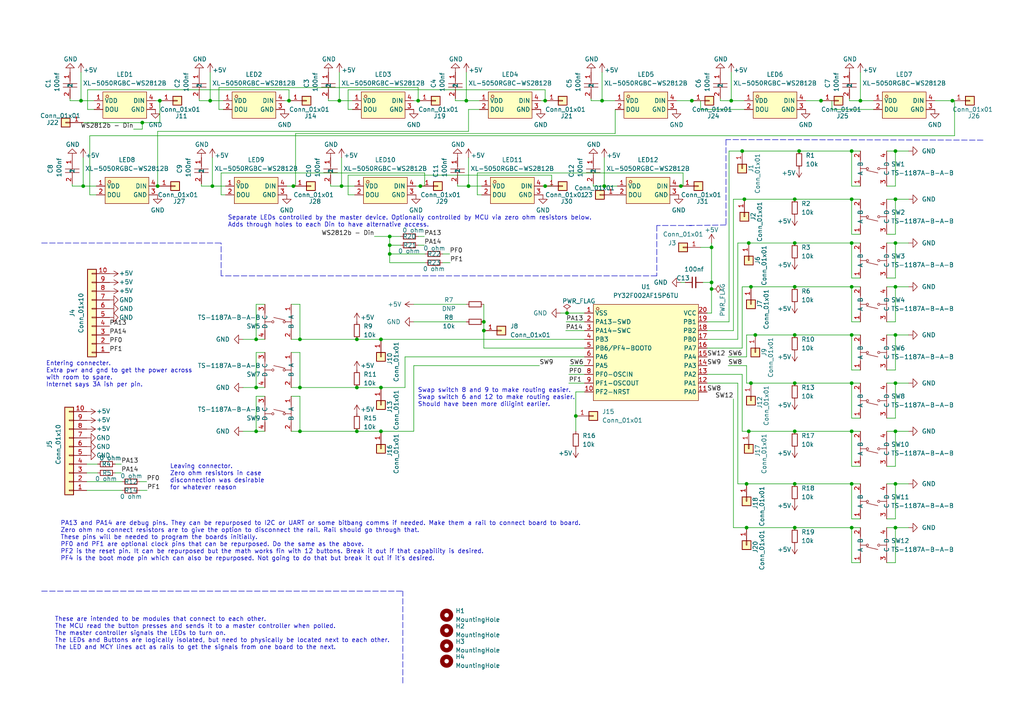
<source format=kicad_sch>
(kicad_sch (version 20211123) (generator eeschema)
  (paper "A4")
  (lib_symbols
    (symbol "Connector_Generic:Conn_01x01" (pin_names (offset 1.016) hide)
      (property "Reference" "J" (at 0 2.54 0))
      (property "Value" "Conn_01x01" (at 0 -2.54 0))
      (symbol "Conn_01x01_1_1"
        (pin passive line (at -5.08 0 0) (length 3.81) (name "Pin_1") (number "1"))
      )
    )
    (symbol "Connector_Generic:Conn_01x10" (pin_names (offset 1.016) hide)
      (property "Reference" "J" (at 0 12.7 0))
      (property "Value" "Conn_01x10" (at 0 -15.24 0))
      (symbol "Conn_01x10_1_1"
        (pin passive line (at -5.08 10.16 0) (length 3.81) (name "Pin_1") (number "1"))
        (pin passive line (at -5.08 -12.7 0) (length 3.81) (name "Pin_10") (number "10"))
        (pin passive line (at -5.08 7.62 0) (length 3.81) (name "Pin_2") (number "2"))
        (pin passive line (at -5.08 5.08 0) (length 3.81) (name "Pin_3") (number "3"))
        (pin passive line (at -5.08 2.54 0) (length 3.81) (name "Pin_4") (number "4"))
        (pin passive line (at -5.08 0 0) (length 3.81) (name "Pin_5") (number "5"))
        (pin passive line (at -5.08 -2.54 0) (length 3.81) (name "Pin_6") (number "6"))
        (pin passive line (at -5.08 -5.08 0) (length 3.81) (name "Pin_7") (number "7"))
        (pin passive line (at -5.08 -7.62 0) (length 3.81) (name "Pin_8") (number "8"))
        (pin passive line (at -5.08 -10.16 0) (length 3.81) (name "Pin_9") (number "9"))
      )
    )
    (symbol "Device:C_Small" (pin_numbers hide) (pin_names (offset 0.254) hide)
      (property "Reference" "C" (at 0.254 1.778 0))
      (property "Value" "C_Small" (at 0.254 -2.032 0))
      (symbol "C_Small_1_1"
        (pin passive line (at 0 2.54 270) (length 2.032) (name "~") (number "1"))
        (pin passive line (at 0 -2.54 90) (length 2.032) (name "~") (number "2"))
      )
    )
    (symbol "Device:R_Small" (pin_numbers hide) (pin_names (offset 0.254) hide)
      (property "Reference" "R" (at 0.762 0.508 0))
      (property "Value" "R_Small" (at 0.762 -1.016 0))
      (symbol "R_Small_1_1"
        (pin passive line (at 0 2.54 270) (length 0.762) (name "~") (number "1"))
        (pin passive line (at 0 -2.54 90) (length 0.762) (name "~") (number "2"))
      )
    )
    (symbol "Mechanical:MountingHole" (pin_names (offset 1.016))
      (property "Reference" "H" (at 0 5.08 0))
      (property "Value" "MountingHole" (at 0 3.175 0))
    )
    (symbol "easyeda2kicad:CL05B104KO5NNNC"
      (property "Reference" "C" (at 0 5.08 0))
      (property "Value" "CL05B104KO5NNNC" (at 0 -5.08 0))
      (symbol "CL05B104KO5NNNC_0_1"
        (pin input line (at -3.81 0 0) (length 2.54) (name "1") (number "1"))
        (pin input line (at 3.81 0 180) (length 2.54) (name "2") (number "2"))
      )
    )
    (symbol "easyeda2kicad:PY32F002AF15P6TU"
      (property "Reference" "U" (at 0 16.51 0))
      (property "Value" "PY32F002AF15P6TU" (at 0 -16.51 0))
      (symbol "PY32F002AF15P6TU_0_1"
        (pin unspecified line (at -17.78 11.43 0) (length 2.54) (name "VSS") (number "1"))
        (pin unspecified line (at -17.78 -11.43 0) (length 2.54) (name "PF2-NRST") (number "10"))
        (pin unspecified line (at 17.78 -11.43 180) (length 2.54) (name "PA0") (number "11"))
        (pin unspecified line (at 17.78 -8.89 180) (length 2.54) (name "PA1") (number "12"))
        (pin unspecified line (at 17.78 -6.35 180) (length 2.54) (name "PA2") (number "13"))
        (pin unspecified line (at 17.78 -3.81 180) (length 2.54) (name "PA3") (number "14"))
        (pin unspecified line (at 17.78 -1.27 180) (length 2.54) (name "PA4") (number "15"))
        (pin unspecified line (at 17.78 1.27 180) (length 2.54) (name "PA7") (number "16"))
        (pin unspecified line (at 17.78 3.81 180) (length 2.54) (name "PB0") (number "17"))
        (pin unspecified line (at 17.78 6.35 180) (length 2.54) (name "PB2") (number "18"))
        (pin unspecified line (at 17.78 8.89 180) (length 2.54) (name "PB1") (number "19"))
        (pin unspecified line (at -17.78 8.89 0) (length 2.54) (name "PA13-SWD") (number "2"))
        (pin unspecified line (at 17.78 11.43 180) (length 2.54) (name "VCC") (number "20"))
        (pin unspecified line (at -17.78 6.35 0) (length 2.54) (name "PA14-SWC") (number "3"))
        (pin unspecified line (at -17.78 3.81 0) (length 2.54) (name "PB3") (number "4"))
        (pin unspecified line (at -17.78 1.27 0) (length 2.54) (name "PB6/PF4-BOOT0") (number "5"))
        (pin unspecified line (at -17.78 -1.27 0) (length 2.54) (name "PA6") (number "6"))
        (pin unspecified line (at -17.78 -3.81 0) (length 2.54) (name "PA5") (number "7"))
        (pin unspecified line (at -17.78 -6.35 0) (length 2.54) (name "PF0-OSCIN") (number "8"))
        (pin unspecified line (at -17.78 -8.89 0) (length 2.54) (name "PF1-OSCOUT") (number "9"))
      )
    )
    (symbol "easyeda2kicad:TS-1187A-B-A-B"
      (property "Reference" "SW" (at 0 7.62 0))
      (property "Value" "TS-1187A-B-A-B" (at 0 -10.16 0))
      (symbol "TS-1187A-B-A-B_0_1"
        (pin unspecified line (at -5.08 2.54 0) (length 2.54) (name "A") (number "1"))
        (pin unspecified line (at 5.08 2.54 180) (length 2.54) (name "B") (number "2"))
        (pin unspecified line (at -5.08 -5.08 0) (length 2.54) (name "C") (number "3"))
        (pin unspecified line (at 5.08 -5.08 180) (length 2.54) (name "D") (number "4"))
      )
    )
    (symbol "easyeda2kicad:XL-5050RGBC-WS2812B"
      (property "Reference" "LED" (at 0 6.35 0))
      (property "Value" "XL-5050RGBC-WS2812B" (at 0 -6.35 0))
      (symbol "XL-5050RGBC-WS2812B_0_1"
        (pin unspecified line (at -8.89 1.27 0) (length 2.54) (name "VDD") (number "1"))
        (pin unspecified line (at -8.89 -1.27 0) (length 2.54) (name "DOU") (number "2"))
        (pin unspecified line (at 8.89 -1.27 180) (length 2.54) (name "GND") (number "3"))
        (pin unspecified line (at 8.89 1.27 180) (length 2.54) (name "DIN") (number "4"))
      )
    )
    (symbol "power:+5V" (power) (pin_names (offset 0))
      (property "Value" "+5V" (at 0 3.556 0))
      (symbol "+5V_1_1"
        (pin power_in line (at 0 0 90) (length 0) hide (name "+5V") (number "1"))
      )
    )
    (symbol "power:GND" (power) (pin_names (offset 0))
      (property "Value" "GND" (at 0 -3.81 0))
      (symbol "GND_1_1"
        (pin power_in line (at 0 0 270) (length 0) hide (name "GND") (number "1"))
      )
    )
    (symbol "power:PWR_FLAG" (power) (pin_numbers hide) (pin_names (offset 0) hide)
      (property "Value" "PWR_FLAG" (at 0 3.81 0))
      (symbol "PWR_FLAG_0_0"
        (pin power_out line (at 0 0 90) (length 0) (name "pwr") (number "1"))
      )
    )
  )
  (junction (at 230.505 97.155))
  (junction (at 230.505 125.095))
  (junction (at 247.015 70.485))
  (junction (at 60.96 29.21))
  (junction (at 230.505 57.785))
  (junction (at 219.075 97.155))
  (junction (at 215.265 43.815))
  (junction (at 230.505 111.125))
  (junction (at 206.375 83.82))
  (junction (at 103.505 125.095))
  (junction (at 74.295 98.425))
  (junction (at 24.13 53.975))
  (junction (at 217.805 83.185))
  (junction (at 167.005 120.65))
  (junction (at 98.425 29.21))
  (junction (at 247.015 111.125))
  (junction (at 217.17 125.095))
  (junction (at 61.595 53.975))
  (junction (at 212.09 29.21))
  (junction (at 259.715 83.185))
  (junction (at 83.82 29.21))
  (junction (at 200.66 29.21))
  (junction (at 206.375 81.915))
  (junction (at 86.995 98.425))
  (junction (at 259.715 57.785))
  (junction (at 230.505 140.335))
  (junction (at 247.015 125.095))
  (junction (at 158.115 53.975))
  (junction (at 113.03 71.12))
  (junction (at 74.295 125.095))
  (junction (at 231.775 43.815))
  (junction (at 259.715 97.155))
  (junction (at 197.485 53.975))
  (junction (at 99.06 53.975))
  (junction (at 85.09 53.975))
  (junction (at 259.715 70.485))
  (junction (at 247.015 57.785))
  (junction (at 217.805 111.125))
  (junction (at 110.49 125.095))
  (junction (at 113.03 73.66))
  (junction (at 41.275 35.56))
  (junction (at 216.535 140.335))
  (junction (at 259.715 140.335))
  (junction (at 259.715 43.815))
  (junction (at 86.995 125.095))
  (junction (at 103.505 98.425))
  (junction (at 247.015 43.815))
  (junction (at 249.555 29.21))
  (junction (at 164.465 90.805))
  (junction (at 135.255 29.21))
  (junction (at 121.92 53.975))
  (junction (at 103.505 112.395))
  (junction (at 217.17 70.485))
  (junction (at 247.015 153.035))
  (junction (at 113.03 68.58))
  (junction (at 230.505 70.485))
  (junction (at 206.375 71.755))
  (junction (at 247.015 97.155))
  (junction (at 174.625 29.21))
  (junction (at 259.715 153.035))
  (junction (at 216.535 153.035))
  (junction (at 74.295 112.395))
  (junction (at 238.125 29.21))
  (junction (at 135.89 53.975))
  (junction (at 158.115 29.21))
  (junction (at 140.335 95.885))
  (junction (at 121.285 29.21))
  (junction (at 276.225 29.21))
  (junction (at 259.715 125.095))
  (junction (at 215.9 57.785))
  (junction (at 45.72 53.975))
  (junction (at 175.26 53.975))
  (junction (at 46.355 29.21))
  (junction (at 247.015 140.335))
  (junction (at 230.505 83.185))
  (junction (at 23.495 29.21))
  (junction (at 140.335 93.345))
  (junction (at 110.49 112.395))
  (junction (at 86.995 112.395))
  (junction (at 259.715 111.125))
  (junction (at 230.505 153.035))
  (junction (at 247.015 83.185))
  (junction (at 110.49 98.425))
  (wire (pts (xy 140.335 88.265) (xy 140.335 93.345)))
  (wire (pts (xy 139.065 31.75) (xy 135.89 31.75)))
  (wire (pts (xy 85.725 38.735) (xy 85.725 53.975)))
  (wire (pts (xy 123.19 50.165) (xy 123.19 53.975)))
  (wire (pts (xy 84.455 98.425) (xy 86.995 98.425)))
  (wire (pts (xy 135.89 45.72) (xy 135.89 53.975)))
  (wire (pts (xy 212.725 95.885) (xy 205.105 95.885)))
  (wire (pts (xy 158.115 26.035) (xy 158.115 29.21)))
  (wire (pts (xy 139.7 53.975) (xy 135.89 53.975)))
  (wire (pts (xy 24.13 45.72) (xy 24.13 53.975)))
  (wire (pts (xy 84.455 112.395) (xy 86.995 112.395)))
  (wire (pts (xy 42.672 142.24) (xy 40.513 142.24)))
  (wire (pts (xy 241.3 31.75) (xy 253.365 31.75)))
  (wire (pts (xy 216.535 140.335) (xy 213.995 140.335)))
  (wire (pts (xy 20.32 29.21) (xy 20.32 28.575)))
  (wire (pts (xy 63.5 31.75) (xy 63.5 25.4)))
  (wire (pts (xy 249.555 97.155) (xy 247.015 97.155)))
  (wire (pts (xy 257.175 93.345) (xy 259.715 93.345)))
  (polyline (pts (xy 210.566 40.4876) (xy 210.566 65.2526)))
  (wire (pts (xy 74.295 102.235) (xy 74.295 112.395)))
  (wire (pts (xy 259.715 97.155) (xy 263.525 97.155)))
  (wire (pts (xy 110.49 98.425) (xy 169.545 98.425)))
  (wire (pts (xy 247.015 70.485) (xy 230.505 70.485)))
  (wire (pts (xy 259.715 83.185) (xy 263.525 83.185)))
  (wire (pts (xy 113.03 73.66) (xy 113.03 76.2)))
  (wire (pts (xy 76.835 125.095) (xy 74.295 125.095)))
  (wire (pts (xy 103.505 125.095) (xy 110.49 125.095)))
  (wire (pts (xy 135.255 29.21) (xy 139.065 29.21)))
  (wire (pts (xy 257.175 125.095) (xy 259.715 125.095)))
  (wire (pts (xy 249.555 163.195) (xy 247.015 163.195)))
  (wire (pts (xy 103.505 98.425) (xy 86.995 98.425)))
  (wire (pts (xy 138.43 50.165) (xy 198.12 50.165)))
  (wire (pts (xy 247.015 107.315) (xy 247.015 97.155)))
  (wire (pts (xy 230.505 140.335) (xy 216.535 140.335)))
  (wire (pts (xy 86.995 88.265) (xy 86.995 98.425)))
  (wire (pts (xy 35.433 139.7) (xy 25.146 139.7)))
  (wire (pts (xy 200.66 29.21) (xy 203.2 29.21)))
  (wire (pts (xy 215.265 83.185) (xy 215.265 100.965)))
  (wire (pts (xy 179.07 53.975) (xy 175.26 53.975)))
  (wire (pts (xy 257.175 53.975) (xy 259.715 53.975)))
  (wire (pts (xy 74.295 114.935) (xy 74.295 125.095)))
  (wire (pts (xy 74.295 98.425) (xy 70.485 98.425)))
  (wire (pts (xy 249.555 107.315) (xy 247.015 107.315)))
  (wire (pts (xy 99.06 53.975) (xy 102.87 53.975)))
  (wire (pts (xy 212.09 29.21) (xy 215.9 29.21)))
  (wire (pts (xy 259.715 107.315) (xy 259.715 97.155)))
  (wire (pts (xy 76.835 114.935) (xy 74.295 114.935)))
  (wire (pts (xy 174.625 29.21) (xy 171.45 29.21)))
  (wire (pts (xy 205.105 93.345) (xy 211.455 93.345)))
  (wire (pts (xy 120.015 125.095) (xy 120.015 106.045)))
  (wire (pts (xy 26.035 39.37) (xy 276.86 39.37)))
  (wire (pts (xy 164.465 90.805) (xy 169.545 90.805)))
  (wire (pts (xy 100.965 50.8) (xy 160.02 50.8)))
  (wire (pts (xy 259.715 53.975) (xy 259.715 43.815)))
  (wire (pts (xy 132.08 29.21) (xy 135.255 29.21)))
  (wire (pts (xy 247.015 135.255) (xy 247.015 125.095)))
  (wire (pts (xy 120.015 106.045) (xy 156.464 106.045)))
  (wire (pts (xy 259.715 70.485) (xy 263.525 70.485)))
  (polyline (pts (xy 64.135 80.01) (xy 64.135 70.485)))
  (wire (pts (xy 120.65 53.975) (xy 121.92 53.975)))
  (wire (pts (xy 169.545 103.505) (xy 117.475 103.505)))
  (wire (pts (xy 60.96 20.955) (xy 60.96 29.21)))
  (wire (pts (xy 249.555 135.255) (xy 247.015 135.255)))
  (polyline (pts (xy 116.84 198.12) (xy 116.84 171.45)))
  (wire (pts (xy 247.015 93.345) (xy 247.015 83.185)))
  (wire (pts (xy 216.535 111.125) (xy 216.535 106.045)))
  (wire (pts (xy 121.92 53.975) (xy 123.19 53.975)))
  (wire (pts (xy 276.86 29.21) (xy 276.86 39.37)))
  (polyline (pts (xy 285.115 40.64) (xy 210.566 40.4876)))
  (wire (pts (xy 63.5 25.4) (xy 121.285 25.4)))
  (wire (pts (xy 249.555 67.945) (xy 247.015 67.945)))
  (wire (pts (xy 156.845 29.21) (xy 158.115 29.21)))
  (wire (pts (xy 178.435 31.75) (xy 178.435 38.735)))
  (wire (pts (xy 123.063 71.12) (xy 121.285 71.12)))
  (wire (pts (xy 58.42 53.975) (xy 58.42 53.34)))
  (wire (pts (xy 99.06 45.72) (xy 99.06 53.975)))
  (wire (pts (xy 64.77 29.21) (xy 60.96 29.21)))
  (wire (pts (xy 35.433 142.24) (xy 25.146 142.24)))
  (wire (pts (xy 249.555 80.645) (xy 247.015 80.645)))
  (polyline (pts (xy 12.065 70.485) (xy 64.135 70.485)))
  (wire (pts (xy 117.475 112.395) (xy 110.49 112.395)))
  (wire (pts (xy 257.175 107.315) (xy 259.715 107.315)))
  (wire (pts (xy 110.49 125.095) (xy 120.015 125.095)))
  (wire (pts (xy 123.317 73.66) (xy 113.03 73.66)))
  (wire (pts (xy 259.715 125.095) (xy 263.525 125.095)))
  (wire (pts (xy 216.535 153.035) (xy 212.725 153.035)))
  (wire (pts (xy 116.205 68.58) (xy 113.03 68.58)))
  (wire (pts (xy 217.805 111.125) (xy 230.505 111.125)))
  (wire (pts (xy 110.49 112.395) (xy 103.505 112.395)))
  (wire (pts (xy 212.09 20.955) (xy 212.09 29.21)))
  (wire (pts (xy 23.495 20.955) (xy 23.495 29.21)))
  (wire (pts (xy 167.005 120.65) (xy 167.005 125.095)))
  (wire (pts (xy 215.265 108.585) (xy 205.105 108.585)))
  (wire (pts (xy 276.225 29.21) (xy 276.86 29.21)))
  (wire (pts (xy 20.955 53.975) (xy 24.13 53.975)))
  (wire (pts (xy 253.365 29.21) (xy 249.555 29.21)))
  (wire (pts (xy 247.015 97.155) (xy 230.505 97.155)))
  (wire (pts (xy 175.26 45.72) (xy 175.26 53.975)))
  (wire (pts (xy 46.355 35.56) (xy 46.355 29.21)))
  (wire (pts (xy 249.555 70.485) (xy 247.015 70.485)))
  (wire (pts (xy 120.015 88.265) (xy 135.255 88.265)))
  (wire (pts (xy 130.429 73.66) (xy 128.397 73.66)))
  (wire (pts (xy 206.375 81.915) (xy 206.375 83.82)))
  (wire (pts (xy 206.375 71.755) (xy 206.375 81.915)))
  (wire (pts (xy 164.211 93.345) (xy 169.545 93.345)))
  (wire (pts (xy 82.55 29.21) (xy 83.82 29.21)))
  (wire (pts (xy 247.015 83.185) (xy 230.505 83.185)))
  (wire (pts (xy 198.12 50.165) (xy 198.12 53.975)))
  (wire (pts (xy 230.505 125.095) (xy 217.17 125.095)))
  (wire (pts (xy 208.915 29.21) (xy 208.915 28.575)))
  (wire (pts (xy 213.995 111.125) (xy 205.105 111.125)))
  (wire (pts (xy 95.885 53.975) (xy 95.885 53.34)))
  (wire (pts (xy 103.505 125.095) (xy 86.995 125.095)))
  (wire (pts (xy 259.715 80.645) (xy 259.715 70.485)))
  (wire (pts (xy 205.105 90.805) (xy 206.375 90.805)))
  (wire (pts (xy 76.835 88.265) (xy 74.295 88.265)))
  (wire (pts (xy 27.305 31.75) (xy 25.4 31.75)))
  (wire (pts (xy 20.955 53.975) (xy 20.955 53.34)))
  (wire (pts (xy 139.7 56.515) (xy 138.43 56.515)))
  (wire (pts (xy 203.835 81.915) (xy 206.375 81.915)))
  (wire (pts (xy 257.175 83.185) (xy 259.715 83.185)))
  (wire (pts (xy 249.555 140.335) (xy 247.015 140.335)))
  (wire (pts (xy 74.295 112.395) (xy 70.485 112.395)))
  (wire (pts (xy 230.505 70.485) (xy 217.17 70.485)))
  (wire (pts (xy 27.305 29.21) (xy 23.495 29.21)))
  (wire (pts (xy 120.015 29.21) (xy 121.285 29.21)))
  (wire (pts (xy 64.135 50.165) (xy 123.19 50.165)))
  (wire (pts (xy 98.425 20.955) (xy 98.425 29.21)))
  (wire (pts (xy 241.3 29.21) (xy 241.3 31.75)))
  (wire (pts (xy 197.485 81.915) (xy 198.755 81.915)))
  (wire (pts (xy 86.995 102.235) (xy 86.995 112.395)))
  (wire (pts (xy 64.135 56.515) (xy 64.135 50.165)))
  (wire (pts (xy 135.255 20.955) (xy 135.255 29.21)))
  (wire (pts (xy 86.995 114.935) (xy 86.995 125.095)))
  (wire (pts (xy 257.175 57.785) (xy 259.715 57.785)))
  (wire (pts (xy 249.555 83.185) (xy 247.015 83.185)))
  (wire (pts (xy 83.82 26.035) (xy 83.82 29.21)))
  (wire (pts (xy 61.595 45.72) (xy 61.595 53.975)))
  (wire (pts (xy 257.175 70.485) (xy 259.715 70.485)))
  (wire (pts (xy 249.555 111.125) (xy 247.015 111.125)))
  (wire (pts (xy 203.2 31.75) (xy 215.9 31.75)))
  (wire (pts (xy 45.085 29.21) (xy 46.355 29.21)))
  (wire (pts (xy 35.179 137.16) (xy 33.401 137.16)))
  (wire (pts (xy 26.035 56.515) (xy 27.94 56.515)))
  (wire (pts (xy 83.185 53.975) (xy 85.09 53.975)))
  (wire (pts (xy 100.965 26.035) (xy 158.115 26.035)))
  (wire (pts (xy 247.015 121.285) (xy 247.015 111.125)))
  (wire (pts (xy 164.084 95.885) (xy 169.545 95.885)))
  (wire (pts (xy 23.495 29.21) (xy 20.32 29.21)))
  (wire (pts (xy 121.285 25.4) (xy 121.285 29.21)))
  (wire (pts (xy 230.505 153.035) (xy 216.535 153.035)))
  (wire (pts (xy 100.965 31.75) (xy 100.965 26.035)))
  (wire (pts (xy 257.175 135.255) (xy 259.715 135.255)))
  (wire (pts (xy 257.175 111.125) (xy 259.715 111.125)))
  (wire (pts (xy 219.075 97.155) (xy 216.535 97.155)))
  (wire (pts (xy 28.321 137.16) (xy 25.146 137.16)))
  (polyline (pts (xy 200.025 65.405) (xy 200.025 65.405)))
  (wire (pts (xy 113.03 68.58) (xy 113.03 71.12)))
  (wire (pts (xy 174.625 20.955) (xy 174.625 29.21)))
  (wire (pts (xy 24.13 53.975) (xy 27.94 53.975)))
  (wire (pts (xy 230.505 57.785) (xy 215.9 57.785)))
  (wire (pts (xy 247.015 57.785) (xy 230.505 57.785)))
  (wire (pts (xy 211.455 93.345) (xy 211.455 43.815)))
  (wire (pts (xy 108.585 68.58) (xy 113.03 68.58)))
  (wire (pts (xy 132.715 53.975) (xy 132.715 53.34)))
  (wire (pts (xy 164.973 108.585) (xy 169.545 108.585)))
  (wire (pts (xy 249.555 53.975) (xy 247.015 53.975)))
  (wire (pts (xy 103.505 112.395) (xy 86.995 112.395)))
  (wire (pts (xy 247.015 67.945) (xy 247.015 57.785)))
  (wire (pts (xy 259.715 67.945) (xy 259.715 57.785)))
  (wire (pts (xy 74.295 88.265) (xy 74.295 98.425)))
  (wire (pts (xy 45.72 53.975) (xy 45.72 38.1)))
  (wire (pts (xy 259.715 150.495) (xy 259.715 140.335)))
  (wire (pts (xy 259.715 135.255) (xy 259.715 125.095)))
  (polyline (pts (xy 190.5 80.01) (xy 64.135 80.01)))
  (wire (pts (xy 216.535 97.155) (xy 216.535 103.505)))
  (wire (pts (xy 217.17 125.095) (xy 215.265 125.095)))
  (wire (pts (xy 95.25 29.21) (xy 95.25 28.575)))
  (wire (pts (xy 257.175 97.155) (xy 259.715 97.155)))
  (wire (pts (xy 132.08 29.21) (xy 132.08 28.575)))
  (wire (pts (xy 64.77 31.75) (xy 63.5 31.75)))
  (wire (pts (xy 257.175 163.195) (xy 259.715 163.195)))
  (wire (pts (xy 257.175 43.815) (xy 259.715 43.815)))
  (wire (pts (xy 259.715 111.125) (xy 263.525 111.125)))
  (wire (pts (xy 247.015 153.035) (xy 230.505 153.035)))
  (wire (pts (xy 175.26 53.975) (xy 172.085 53.975)))
  (wire (pts (xy 85.09 53.975) (xy 85.725 53.975)))
  (wire (pts (xy 230.505 111.125) (xy 247.015 111.125)))
  (wire (pts (xy 35.179 134.62) (xy 33.401 134.62)))
  (wire (pts (xy 130.556 76.2) (xy 128.397 76.2)))
  (wire (pts (xy 25.4 26.035) (xy 83.82 26.035)))
  (wire (pts (xy 246.38 29.21) (xy 246.38 28.575)))
  (wire (pts (xy 257.175 140.335) (xy 259.715 140.335)))
  (wire (pts (xy 217.17 70.485) (xy 213.995 70.485)))
  (wire (pts (xy 230.505 97.155) (xy 219.075 97.155)))
  (wire (pts (xy 208.915 29.21) (xy 212.09 29.21)))
  (wire (pts (xy 197.485 53.975) (xy 198.12 53.975)))
  (wire (pts (xy 217.805 83.185) (xy 215.265 83.185)))
  (wire (pts (xy 215.265 43.815) (xy 231.775 43.815)))
  (wire (pts (xy 140.335 95.885) (xy 140.335 93.345)))
  (wire (pts (xy 211.201 103.505) (xy 216.535 103.505)))
  (wire (pts (xy 120.015 93.345) (xy 135.255 93.345)))
  (wire (pts (xy 247.015 43.815) (xy 249.555 43.815)))
  (wire (pts (xy 117.475 103.505) (xy 117.475 112.395)))
  (wire (pts (xy 135.89 31.75) (xy 135.89 38.1)))
  (wire (pts (xy 169.545 113.665) (xy 167.005 113.665)))
  (wire (pts (xy 65.405 53.975) (xy 61.595 53.975)))
  (wire (pts (xy 259.715 163.195) (xy 259.715 153.035)))
  (wire (pts (xy 259.715 93.345) (xy 259.715 83.185)))
  (wire (pts (xy 45.72 38.1) (xy 135.89 38.1)))
  (wire (pts (xy 196.85 53.975) (xy 197.485 53.975)))
  (wire (pts (xy 247.015 150.495) (xy 247.015 140.335)))
  (wire (pts (xy 84.455 125.095) (xy 86.995 125.095)))
  (wire (pts (xy 213.995 98.425) (xy 205.105 98.425)))
  (wire (pts (xy 158.115 53.975) (xy 160.02 53.975)))
  (wire (pts (xy 61.595 53.975) (xy 58.42 53.975)))
  (wire (pts (xy 116.205 71.12) (xy 113.03 71.12)))
  (wire (pts (xy 249.555 29.21) (xy 246.38 29.21)))
  (wire (pts (xy 259.715 153.035) (xy 263.525 153.035)))
  (wire (pts (xy 140.335 100.965) (xy 140.335 95.885)))
  (wire (pts (xy 138.43 56.515) (xy 138.43 50.165)))
  (wire (pts (xy 169.545 106.045) (xy 165.227 106.045)))
  (wire (pts (xy 231.775 43.815) (xy 247.015 43.815)))
  (wire (pts (xy 95.885 53.975) (xy 99.06 53.975)))
  (wire (pts (xy 257.175 80.645) (xy 259.715 80.645)))
  (wire (pts (xy 213.995 70.485) (xy 213.995 98.425)))
  (wire (pts (xy 249.555 150.495) (xy 247.015 150.495)))
  (wire (pts (xy 41.275 35.56) (xy 46.355 35.56)))
  (wire (pts (xy 259.715 43.815) (xy 263.525 43.815)))
  (wire (pts (xy 247.015 80.645) (xy 247.015 70.485)))
  (wire (pts (xy 259.715 140.335) (xy 263.525 140.335)))
  (wire (pts (xy 216.535 111.125) (xy 217.805 111.125)))
  (wire (pts (xy 103.505 98.425) (xy 110.49 98.425)))
  (polyline (pts (xy 210.566 65.2526) (xy 200.025 65.405)))
  (wire (pts (xy 206.375 70.485) (xy 206.375 71.755)))
  (wire (pts (xy 41.275 37.465) (xy 41.275 35.56)))
  (wire (pts (xy 249.555 121.285) (xy 247.015 121.285)))
  (wire (pts (xy 259.715 57.785) (xy 263.525 57.785)))
  (wire (pts (xy 247.015 53.975) (xy 247.015 43.815)))
  (wire (pts (xy 113.03 71.12) (xy 113.03 73.66)))
  (wire (pts (xy 196.215 29.21) (xy 200.66 29.21)))
  (wire (pts (xy 171.45 29.21) (xy 171.45 28.575)))
  (wire (pts (xy 257.175 121.285) (xy 259.715 121.285)))
  (wire (pts (xy 76.835 102.235) (xy 74.295 102.235)))
  (wire (pts (xy 57.785 29.21) (xy 57.785 28.575)))
  (wire (pts (xy 249.555 20.955) (xy 249.555 29.21)))
  (wire (pts (xy 257.175 150.495) (xy 259.715 150.495)))
  (wire (pts (xy 212.725 115.697) (xy 212.725 153.035)))
  (wire (pts (xy 206.375 83.82) (xy 206.375 90.805)))
  (wire (pts (xy 257.175 153.035) (xy 259.715 153.035)))
  (wire (pts (xy 230.505 83.185) (xy 217.805 83.185)))
  (wire (pts (xy 257.175 67.945) (xy 259.715 67.945)))
  (wire (pts (xy 100.965 56.515) (xy 100.965 50.8)))
  (wire (pts (xy 98.425 29.21) (xy 95.25 29.21)))
  (wire (pts (xy 26.035 56.515) (xy 26.035 39.37)))
  (wire (pts (xy 84.455 102.235) (xy 86.995 102.235)))
  (wire (pts (xy 38.735 37.465) (xy 41.275 37.465)))
  (wire (pts (xy 84.455 114.935) (xy 86.995 114.935)))
  (wire (pts (xy 65.405 56.515) (xy 64.135 56.515)))
  (wire (pts (xy 247.015 140.335) (xy 230.505 140.335)))
  (wire (pts (xy 102.87 56.515) (xy 100.965 56.515)))
  (wire (pts (xy 74.295 125.095) (xy 70.485 125.095)))
  (polyline (pts (xy 190.5 65.405) (xy 190.5 80.01)))
  (wire (pts (xy 211.455 43.815) (xy 215.265 43.815)))
  (wire (pts (xy 24.13 35.56) (xy 41.275 35.56)))
  (wire (pts (xy 271.145 29.21) (xy 276.225 29.21)))
  (wire (pts (xy 203.2 71.755) (xy 206.375 71.755)))
  (wire (pts (xy 249.555 125.095) (xy 247.015 125.095)))
  (wire (pts (xy 25.4 31.75) (xy 25.4 26.035)))
  (wire (pts (xy 249.555 93.345) (xy 247.015 93.345)))
  (wire (pts (xy 249.555 57.785) (xy 247.015 57.785)))
  (wire (pts (xy 102.235 31.75) (xy 100.965 31.75)))
  (wire (pts (xy 76.835 112.395) (xy 74.295 112.395)))
  (wire (pts (xy 42.545 139.7) (xy 40.513 139.7)))
  (wire (pts (xy 203.2 29.21) (xy 203.2 31.75)))
  (wire (pts (xy 213.995 140.335) (xy 213.995 111.125)))
  (wire (pts (xy 123.063 68.58) (xy 121.285 68.58)))
  (wire (pts (xy 135.89 53.975) (xy 132.715 53.975)))
  (wire (pts (xy 123.317 76.2) (xy 113.03 76.2)))
  (wire (pts (xy 238.125 29.21) (xy 241.3 29.21)))
  (wire (pts (xy 140.335 100.965) (xy 169.545 100.965)))
  (wire (pts (xy 102.235 29.21) (xy 98.425 29.21)))
  (wire (pts (xy 162.56 90.805) (xy 164.465 90.805)))
  (wire (pts (xy 84.455 88.265) (xy 86.995 88.265)))
  (wire (pts (xy 178.435 29.21) (xy 174.625 29.21)))
  (wire (pts (xy 28.321 134.62) (xy 25.146 134.62)))
  (wire (pts (xy 233.68 29.21) (xy 238.125 29.21)))
  (wire (pts (xy 160.02 50.8) (xy 160.02 53.975)))
  (wire (pts (xy 76.835 98.425) (xy 74.295 98.425)))
  (wire (pts (xy 212.725 57.785) (xy 212.725 95.885)))
  (wire (pts (xy 247.015 163.195) (xy 247.015 153.035)))
  (wire (pts (xy 211.201 106.045) (xy 216.535 106.045)))
  (wire (pts (xy 215.265 125.095) (xy 215.265 108.585)))
  (polyline (pts (xy 200.66 65.405) (xy 190.5 65.405)))
  (polyline (pts (xy 12.065 171.45) (xy 116.84 171.45)))
  (wire (pts (xy 247.015 125.095) (xy 230.505 125.095)))
  (wire (pts (xy 60.96 29.21) (xy 57.785 29.21)))
  (wire (pts (xy 215.9 57.785) (xy 212.725 57.785)))
  (wire (pts (xy 178.435 38.735) (xy 85.725 38.735)))
  (wire (pts (xy 164.973 111.125) (xy 169.545 111.125)))
  (wire (pts (xy 249.555 153.035) (xy 247.015 153.035)))
  (wire (pts (xy 172.085 53.975) (xy 172.085 53.34)))
  (wire (pts (xy 259.715 121.285) (xy 259.715 111.125)))
  (wire (pts (xy 167.005 113.665) (xy 167.005 120.65)))
  (wire (pts (xy 157.48 53.975) (xy 158.115 53.975)))
  (wire (pts (xy 215.265 100.965) (xy 205.105 100.965)))
  (text "Separate LEDs controlled by the master device. Optionally controlled by MCU via zero ohm resistors below.\nAdds through holes to each Din to have alternative access." (at 66.04 66.04 0) (effects (font (size 1.27 1.27)) (justify left bottom)))
  (text "Entering connecter.\nExtra pwr and gnd to get the power across\nwith room to spare.\nInternet says 3A ish per pin." (at 13.335 112.395 0) (effects (font (size 1.27 1.27)) (justify left bottom)))
  (text "PA13 and PA14 are debug pins. They can be repurposed to I2C or UART or some bitbang comms if needed. Make them a rail to connect board to board.\nZero ohm no connect resistors are to give the option to disconnect the rail. Rail should go through that.\nThese pins will be needed to program the boards initially.\nPF0 and PF1 are optional clock pins that can be repurposed. Do the same as the above.\nPF2 is the reset pin. It can be repurposed but the math works fin with 12 buttons. Break it out if that capability is desired.\nPF4 is the boot mode pin which can also be repurposed. Not going to do that but break it out if it's desired." (at 17.526 162.814 0) (effects (font (size 1.27 1.27)) (justify left bottom)))
  (text "These are intended to be modules that connect to each other.\nThe MCU read the button presses and sends it to a master controller when polled.\nThe master controller signals the LEDs to turn on.\nThe LEDs and Buttons are logically isolated, but need to physically be located next to each other.\nThe LED and MCY lines act as rails to get the signals from one board to the next." (at 15.875 188.595 0) (effects (font (size 1.27 1.27)) (justify left bottom)))
  (text "Leaving connector.\nZero ohm resistors in case\ndisconnection was desirable\nfor whatever reason" (at 49.276 142.24 0) (effects (font (size 1.27 1.27)) (justify left bottom)))
  (text "Swap switch 8 and 9 to make routing easier.\nSwap switch 6 and 12 to make routing easier.\nShould have been more diligint earlier." (at 121.158 118.11 0) (effects (font (size 1.27 1.27)) (justify left bottom)))
  (label "PF0" (at 130.429 73.66 0))
  (label "SW6" (at 165.227 106.045 0))
  (label "SW12" (at 205.105 103.505 0))
  (label "PA13" (at 123.063 68.58 0))
  (label "WS2812b - Din" (at 108.585 68.58 180))
  (label "SW9" (at 156.464 106.045 0))
  (label "PF0" (at 42.545 139.7 0))
  (label "PA14" (at 123.063 71.12 0))
  (label "SW6" (at 211.201 103.505 0))
  (label "PA14" (at 31.75 97.155 0))
  (label "SW8" (at 211.201 106.045 0))
  (label "SW8" (at 205.105 113.665 0))
  (label "PF0" (at 31.75 99.695 0))
  (label "PA13" (at 35.179 134.62 0))
  (label "PA13" (at 164.211 93.345 0))
  (label "PA13" (at 31.75 94.615 0))
  (label "PA14" (at 164.084 95.885 0))
  (label "WS2812b - Din" (at 38.735 37.465 180))
  (label "SW9" (at 205.105 106.045 0))
  (label "PF0" (at 164.973 108.585 0))
  (label "PF1" (at 42.672 142.24 0))
  (label "PF1" (at 164.973 111.125 0))
  (label "PF1" (at 31.75 102.235 0))
  (label "PA14" (at 35.179 137.16 0))
  (label "SW12" (at 212.725 115.697 180))
  (label "PF1" (at 130.556 76.2 0))
  (symbol (lib_id "power:GND") (at 271.145 31.75 0) (unit 1)
    (property "Reference" "#PWR021" (effects hide))
    (property "Value" "GND" (at 271.145 36.195 0))
  )
  (symbol (lib_id "Device:R_Small") (at 137.795 93.345 90) (unit 1)
    (property "Reference" "R8" (at 130.175 92.075 90))
    (property "Value" "10k" (at 130.175 94.615 90))
    (property "Footprint" "Resistor_SMD:R_0402_1005Metric" (effects hide))
  )
  (symbol (lib_id "power:GND") (at 25.146 127 90) (unit 1)
    (property "Reference" "#PWR078" (effects hide))
    (property "Value" "GND" (at 27.94 127 90) (effects (justify right)))
  )
  (symbol (lib_id "Mechanical:MountingHole") (at 129.54 178.435 0) (unit 1)
    (property "Reference" "H1" (at 132.08 177.1649 0) (effects (justify left)))
    (property "Value" "MountingHole" (at 132.08 179.7049 0) (effects (justify left)))
    (property "Footprint" "MountingHole:MountingHole_2.2mm_M2" (effects hide))
  )
  (symbol (lib_id "easyeda2kicad:CL05B104KO5NNNC") (at 132.715 49.53 270) (unit 1)
    (property "Reference" "C11" (at 126.365 47.625 0) (effects (justify left)))
    (property "Value" "100nf" (at 128.905 45.72 0) (effects (justify left)))
    (property "Footprint" "easyeda2kicadLocal:C0402" (effects hide))
    (property "Datasheet" "https://lcsc.com/product-detail/Multilayer-Ceramic-Capacitors-MLCC-SMD-SMT_SAMSUNG_CL05B104KO5NNNC_100nF-104-10-16V_C1525.html" (effects hide))
    (property "Manufacturer" "SAMSUNG(三星)" (effects hide))
    (property "LCSC Part" "C1525" (effects hide))
    (property "JLC Part" "Basic Part" (effects hide))
  )
  (symbol (lib_id "power:+5V") (at 103.505 107.315 0) (unit 1)
    (property "Reference" "#PWR054" (effects hide))
    (property "Value" "+5V" (at 108.585 106.045 0) (effects (justify right)))
  )
  (symbol (lib_id "power:GND") (at 45.72 56.515 0) (unit 1)
    (property "Reference" "#PWR034" (effects hide))
    (property "Value" "GND" (at 45.72 60.96 0))
  )
  (symbol (lib_id "Connector_Generic:Conn_01x01") (at 127 53.975 0) (unit 1)
    (property "Reference" "J29" (at 126.365 58.42 0) (effects (justify left)))
    (property "Value" "Conn_01x01" (at 121.92 56.515 0) (effects (justify left)))
    (property "Footprint" "Connector_PinHeader_2.54mm:PinHeader_1x01_P2.54mm_Vertical" (effects hide))
  )
  (symbol (lib_id "Connector_Generic:Conn_01x01") (at 217.17 75.565 270) (unit 1)
    (property "Reference" "J6" (at 219.71 74.295 0) (effects (justify left)))
    (property "Value" "Conn_01x01" (at 221.615 71.12 0) (effects (justify left)))
    (property "Footprint" "Connector_PinHeader_2.54mm:PinHeader_1x01_P2.54mm_Vertical" (effects hide))
  )
  (symbol (lib_id "easyeda2kicad:XL-5050RGBC-WS2812B") (at 36.195 30.48 0) (unit 1)
    (property "Reference" "LED1" (at 36.195 21.59 0))
    (property "Value" "XL-5050RGBC-WS2812B" (at 36.195 24.13 0))
    (property "Footprint" "easyeda2kicadLocal3:LED-SMD_4P-L5.0-W5.0-BL_XL-5050RGBC" (effects hide))
    (property "Manufacturer" "XINGLIGHT(成兴光)" (effects hide))
    (property "LCSC Part" "C2843785" (effects hide))
    (property "JLC Part" "Extended Part" (effects hide))
  )
  (symbol (lib_id "Device:R_Small") (at 125.857 73.66 90) (unit 1)
    (property "Reference" "R22" (at 125.857 73.66 90))
    (property "Value" "0 ohm" (at 125.984 72.009 90))
    (property "Footprint" "Resistor_SMD:R_0402_1005Metric" (effects hide))
  )
  (symbol (lib_id "power:GND") (at 132.715 45.72 180) (unit 1)
    (property "Reference" "#PWR029" (effects hide))
    (property "Value" "GND" (at 130.81 41.91 0) (effects (justify right)))
  )
  (symbol (lib_id "easyeda2kicad:XL-5050RGBC-WS2812B") (at 224.79 30.48 0) (unit 1)
    (property "Reference" "LED6" (at 224.79 21.59 0))
    (property "Value" "XL-5050RGBC-WS2812B" (at 224.79 24.13 0))
    (property "Footprint" "easyeda2kicadLocal3:LED-SMD_4P-L5.0-W5.0-BL_XL-5050RGBC" (effects hide))
    (property "Manufacturer" "XINGLIGHT(成兴光)" (effects hide))
    (property "LCSC Part" "C2843785" (effects hide))
    (property "JLC Part" "Extended Part" (effects hide))
  )
  (symbol (lib_id "power:+5V") (at 230.505 130.175 180) (unit 1)
    (property "Reference" "#PWR062" (effects hide))
    (property "Value" "+5V" (at 225.425 131.445 0) (effects (justify right)))
  )
  (symbol (lib_id "power:+5V") (at 103.505 93.345 0) (unit 1)
    (property "Reference" "#PWR049" (effects hide))
    (property "Value" "+5V" (at 108.585 92.075 0) (effects (justify right)))
  )
  (symbol (lib_id "power:+5V") (at 135.255 20.955 0) (unit 1)
    (property "Reference" "#PWR08" (effects hide))
    (property "Value" "+5V" (at 135.89 20.32 0) (effects (justify left)))
  )
  (symbol (lib_id "Connector_Generic:Conn_01x01") (at 217.805 116.205 270) (unit 1)
    (property "Reference" "J12" (at 220.345 114.935 0) (effects (justify left)))
    (property "Value" "Conn_01x01" (at 222.25 111.76 0) (effects (justify left)))
    (property "Footprint" "Connector_PinHeader_2.54mm:PinHeader_1x01_P2.54mm_Vertical" (effects hide))
  )
  (symbol (lib_id "power:PWR_FLAG") (at 206.375 83.82 270) (unit 1)
    (property "Reference" "#FLG01" (effects hide))
    (property "Value" "PWR_FLAG" (at 209.55 86.995 0))
  )
  (symbol (lib_id "Connector_Generic:Conn_01x01") (at 202.565 53.975 0) (unit 1)
    (property "Reference" "J31" (at 201.93 58.42 0) (effects (justify left)))
    (property "Value" "Conn_01x01" (at 197.485 56.515 0) (effects (justify left)))
    (property "Footprint" "Connector_PinHeader_2.54mm:PinHeader_1x01_P2.54mm_Vertical" (effects hide))
  )
  (symbol (lib_id "easyeda2kicad:XL-5050RGBC-WS2812B") (at 36.83 55.245 0) (unit 1)
    (property "Reference" "LED8" (at 36.83 46.355 0))
    (property "Value" "XL-5050RGBC-WS2812B" (at 36.83 48.895 0))
    (property "Footprint" "easyeda2kicadLocal3:LED-SMD_4P-L5.0-W5.0-BL_XL-5050RGBC" (effects hide))
    (property "Manufacturer" "XINGLIGHT(成兴光)" (effects hide))
    (property "LCSC Part" "C2843785" (effects hide))
    (property "JLC Part" "Extended Part" (effects hide))
  )
  (symbol (lib_id "power:+5V") (at 103.505 120.015 0) (unit 1)
    (property "Reference" "#PWR058" (effects hide))
    (property "Value" "+5V" (at 108.585 118.745 0) (effects (justify right)))
  )
  (symbol (lib_id "power:+5V") (at 230.505 88.265 180) (unit 1)
    (property "Reference" "#PWR047" (effects hide))
    (property "Value" "+5V" (at 225.425 89.535 0) (effects (justify right)))
  )
  (symbol (lib_id "Connector_Generic:Conn_01x01") (at 219.075 102.235 270) (unit 1)
    (property "Reference" "J9" (at 221.615 100.965 0) (effects (justify left)))
    (property "Value" "Conn_01x01" (at 223.52 97.79 0) (effects (justify left)))
    (property "Footprint" "Connector_PinHeader_2.54mm:PinHeader_1x01_P2.54mm_Vertical" (effects hide))
  )
  (symbol (lib_id "Device:R_Small") (at 37.973 142.24 90) (unit 1)
    (property "Reference" "R14" (at 37.973 142.24 90))
    (property "Value" "0 ohm" (at 37.973 144.018 90))
    (property "Footprint" "Resistor_SMD:R_0402_1005Metric" (effects hide))
  )
  (symbol (lib_id "power:+5V") (at 135.89 45.72 0) (unit 1)
    (property "Reference" "#PWR030" (effects hide))
    (property "Value" "+5V" (at 136.525 45.085 0) (effects (justify left)))
  )
  (symbol (lib_id "power:+5V") (at 230.505 102.235 180) (unit 1)
    (property "Reference" "#PWR053" (effects hide))
    (property "Value" "+5V" (at 225.425 103.505 0) (effects (justify right)))
  )
  (symbol (lib_id "power:GND") (at 263.525 153.035 90) (unit 1)
    (property "Reference" "#PWR068" (effects hide))
    (property "Value" "GND" (at 267.335 153.0349 90) (effects (justify right)))
  )
  (symbol (lib_id "easyeda2kicad:CL05B104KO5NNNC") (at 57.785 24.765 270) (unit 1)
    (property "Reference" "C2" (at 51.435 22.86 0) (effects (justify left)))
    (property "Value" "100nf" (at 53.975 20.955 0) (effects (justify left)))
    (property "Footprint" "easyeda2kicadLocal:C0402" (effects hide))
    (property "Datasheet" "https://lcsc.com/product-detail/Multilayer-Ceramic-Capacitors-MLCC-SMD-SMT_SAMSUNG_CL05B104KO5NNNC_100nF-104-10-16V_C1525.html" (effects hide))
    (property "Manufacturer" "SAMSUNG(三星)" (effects hide))
    (property "LCSC Part" "C1525" (effects hide))
    (property "JLC Part" "Basic Part" (effects hide))
  )
  (symbol (lib_id "Connector_Generic:Conn_01x01") (at 216.535 158.115 270) (unit 1)
    (property "Reference" "J20" (at 219.075 156.845 0) (effects (justify left)))
    (property "Value" "Conn_01x01" (at 220.98 153.67 0) (effects (justify left)))
    (property "Footprint" "Connector_PinHeader_2.54mm:PinHeader_1x01_P2.54mm_Vertical" (effects hide))
  )
  (symbol (lib_id "easyeda2kicad:TS-1187A-B-A-B") (at 252.095 130.175 90) (unit 1)
    (property "Reference" "SW10" (at 258.445 128.9049 90) (effects (justify right)))
    (property "Value" "TS-1187A-B-A-B" (at 258.445 131.4449 90) (effects (justify right)))
    (property "Footprint" "easyeda2kicad:SW-SMD_4P-L5.1-W5.1-P3.70-LS6.5-TL-2" (effects hide))
    (property "Datasheet" "https://lcsc.com/product-detail/Tactile-Switches_XKB-Enterprise-TS-1187-B-A-A_C318884.html" (effects hide))
    (property "Manufacturer" "XKB Connectivity(中国星坤)" (effects hide))
    (property "LCSC Part" "C318884" (effects hide))
    (property "JLC Part" "Basic Part" (effects hide))
  )
  (symbol (lib_id "Device:R_Small") (at 230.505 85.725 0) (unit 1)
    (property "Reference" "R6" (at 232.41 84.4549 0) (effects (justify left)))
    (property "Value" "10k" (at 232.41 86.9949 0) (effects (justify left)))
    (property "Footprint" "Resistor_SMD:R_0402_1005Metric" (effects hide))
  )
  (symbol (lib_id "easyeda2kicad:CL05B104KO5NNNC") (at 172.085 49.53 270) (unit 1)
    (property "Reference" "C12" (at 165.735 47.625 0) (effects (justify left)))
    (property "Value" "100nf" (at 168.275 45.72 0) (effects (justify left)))
    (property "Footprint" "easyeda2kicadLocal:C0402" (effects hide))
    (property "Datasheet" "https://lcsc.com/product-detail/Multilayer-Ceramic-Capacitors-MLCC-SMD-SMT_SAMSUNG_CL05B104KO5NNNC_100nF-104-10-16V_C1525.html" (effects hide))
    (property "Manufacturer" "SAMSUNG(三星)" (effects hide))
    (property "LCSC Part" "C1525" (effects hide))
    (property "JLC Part" "Basic Part" (effects hide))
  )
  (symbol (lib_id "Connector_Generic:Conn_01x01") (at 217.17 130.175 270) (unit 1)
    (property "Reference" "J17" (at 219.71 128.905 0) (effects (justify left)))
    (property "Value" "Conn_01x01" (at 221.615 125.73 0) (effects (justify left)))
    (property "Footprint" "Connector_PinHeader_2.54mm:PinHeader_1x01_P2.54mm_Vertical" (effects hide))
  )
  (symbol (lib_id "power:GND") (at 82.55 31.75 0) (unit 1)
    (property "Reference" "#PWR016" (effects hide))
    (property "Value" "GND" (at 82.55 36.195 0))
  )
  (symbol (lib_id "Device:R_Small") (at 231.775 46.355 0) (unit 1)
    (property "Reference" "R1" (at 233.68 45.0849 0) (effects (justify left)))
    (property "Value" "10k" (at 233.68 47.6249 0) (effects (justify left)))
    (property "Footprint" "Resistor_SMD:R_0402_1005Metric" (effects hide))
  )
  (symbol (lib_id "power:+5V") (at 31.75 81.915 270) (unit 1)
    (property "Reference" "#PWR071" (effects hide))
    (property "Value" "+5V" (at 38.608 81.788 90) (effects (justify right)))
  )
  (symbol (lib_id "Device:R_Small") (at 30.861 137.16 90) (unit 1)
    (property "Reference" "R5" (at 30.988 137.16 90))
    (property "Value" "0 ohm" (at 30.7594 138.8618 90))
    (property "Footprint" "Resistor_SMD:R_0402_1005Metric" (effects hide))
  )
  (symbol (lib_id "easyeda2kicad:TS-1187A-B-A-B") (at 252.095 48.895 90) (unit 1)
    (property "Reference" "SW1" (at 258.445 47.6249 90) (effects (justify right)))
    (property "Value" "TS-1187A-B-A-B" (at 258.445 50.1649 90) (effects (justify right)))
    (property "Footprint" "easyeda2kicad:SW-SMD_4P-L5.1-W5.1-P3.70-LS6.5-TL-2" (effects hide))
    (property "Datasheet" "https://lcsc.com/product-detail/Tactile-Switches_XKB-Enterprise-TS-1187-B-A-A_C318884.html" (effects hide))
    (property "Manufacturer" "XKB Connectivity(中国星坤)" (effects hide))
    (property "LCSC Part" "C318884" (effects hide))
    (property "JLC Part" "Basic Part" (effects hide))
  )
  (symbol (lib_id "power:+5V") (at 230.505 145.415 180) (unit 1)
    (property "Reference" "#PWR065" (effects hide))
    (property "Value" "+5V" (at 225.425 146.685 0) (effects (justify right)))
  )
  (symbol (lib_id "power:GND") (at 233.68 31.75 0) (unit 1)
    (property "Reference" "#PWR020" (effects hide))
    (property "Value" "GND" (at 233.68 36.195 0))
  )
  (symbol (lib_id "easyeda2kicad:TS-1187A-B-A-B") (at 81.915 120.015 270) (unit 1)
    (property "Reference" "SW9" (at 75.565 121.2851 90) (effects (justify right)))
    (property "Value" "TS-1187A-B-A-B" (at 75.565 118.7451 90) (effects (justify right)))
    (property "Footprint" "easyeda2kicad:SW-SMD_4P-L5.1-W5.1-P3.70-LS6.5-TL-2" (effects hide))
    (property "Datasheet" "https://lcsc.com/product-detail/Tactile-Switches_XKB-Enterprise-TS-1187-B-A-A_C318884.html" (effects hide))
    (property "Manufacturer" "XKB Connectivity(中国星坤)" (effects hide))
    (property "LCSC Part" "C318884" (effects hide))
    (property "JLC Part" "Basic Part" (effects hide))
  )
  (symbol (lib_id "power:+5V") (at 98.425 20.955 0) (unit 1)
    (property "Reference" "#PWR06" (effects hide))
    (property "Value" "+5V" (at 99.06 20.32 0) (effects (justify left)))
  )
  (symbol (lib_id "easyeda2kicad:XL-5050RGBC-WS2812B") (at 111.125 30.48 0) (unit 1)
    (property "Reference" "LED3" (at 111.125 21.59 0))
    (property "Value" "XL-5050RGBC-WS2812B" (at 111.125 24.13 0))
    (property "Footprint" "easyeda2kicadLocal3:LED-SMD_4P-L5.0-W5.0-BL_XL-5050RGBC" (effects hide))
    (property "Manufacturer" "XINGLIGHT(成兴光)" (effects hide))
    (property "LCSC Part" "C2843785" (effects hide))
    (property "JLC Part" "Extended Part" (effects hide))
  )
  (symbol (lib_id "Device:R_Small") (at 230.505 60.325 0) (unit 1)
    (property "Reference" "R2" (at 232.41 59.0549 0) (effects (justify left)))
    (property "Value" "10k" (at 232.41 61.5949 0) (effects (justify left)))
    (property "Footprint" "Resistor_SMD:R_0402_1005Metric" (effects hide))
  )
  (symbol (lib_id "easyeda2kicad:CL05B104KO5NNNC") (at 20.955 49.53 270) (unit 1)
    (property "Reference" "C8" (at 14.605 47.625 0) (effects (justify left)))
    (property "Value" "100nf" (at 17.145 45.72 0) (effects (justify left)))
    (property "Footprint" "easyeda2kicadLocal:C0402" (effects hide))
    (property "Datasheet" "https://lcsc.com/product-detail/Multilayer-Ceramic-Capacitors-MLCC-SMD-SMT_SAMSUNG_CL05B104KO5NNNC_100nF-104-10-16V_C1525.html" (effects hide))
    (property "Manufacturer" "SAMSUNG(三星)" (effects hide))
    (property "LCSC Part" "C1525" (effects hide))
    (property "JLC Part" "Basic Part" (effects hide))
  )
  (symbol (lib_id "power:+5V") (at 99.06 45.72 0) (unit 1)
    (property "Reference" "#PWR028" (effects hide))
    (property "Value" "+5V" (at 99.695 45.085 0) (effects (justify left)))
  )
  (symbol (lib_id "power:+5V") (at 25.146 121.92 270) (unit 1)
    (property "Reference" "#PWR076" (effects hide))
    (property "Value" "+5V" (at 32.004 121.793 90) (effects (justify right)))
  )
  (symbol (lib_id "power:+5V") (at 120.015 88.265 90) (unit 1)
    (property "Reference" "#PWR046" (effects hide))
    (property "Value" "+5V" (at 112.395 88.265 90) (effects (justify right)))
  )
  (symbol (lib_id "Mechanical:MountingHole") (at 129.54 191.77 0) (unit 1)
    (property "Reference" "H4" (at 132.08 190.4999 0) (effects (justify left)))
    (property "Value" "MountingHole" (at 132.08 193.0399 0) (effects (justify left)))
    (property "Footprint" "MountingHole:MountingHole_2.2mm_M2" (effects hide))
  )
  (symbol (lib_id "Connector_Generic:Conn_01x01") (at 110.49 117.475 270) (unit 1)
    (property "Reference" "J13" (at 113.03 116.205 0) (effects (justify left)))
    (property "Value" "Conn_01x01" (at 114.935 113.03 0) (effects (justify left)))
    (property "Footprint" "Connector_PinHeader_2.54mm:PinHeader_1x01_P2.54mm_Vertical" (effects hide))
  )
  (symbol (lib_id "power:+5V") (at 175.26 45.72 0) (unit 1)
    (property "Reference" "#PWR032" (effects hide))
    (property "Value" "+5V" (at 175.895 45.085 0) (effects (justify left)))
  )
  (symbol (lib_id "easyeda2kicad:TS-1187A-B-A-B") (at 252.095 88.265 90) (unit 1)
    (property "Reference" "SW4" (at 258.445 86.9949 90) (effects (justify right)))
    (property "Value" "TS-1187A-B-A-B" (at 258.445 89.5349 90) (effects (justify right)))
    (property "Footprint" "easyeda2kicad:SW-SMD_4P-L5.1-W5.1-P3.70-LS6.5-TL-2" (effects hide))
    (property "Datasheet" "https://lcsc.com/product-detail/Tactile-Switches_XKB-Enterprise-TS-1187-B-A-A_C318884.html" (effects hide))
    (property "Manufacturer" "XKB Connectivity(中国星坤)" (effects hide))
    (property "LCSC Part" "C318884" (effects hide))
    (property "JLC Part" "Basic Part" (effects hide))
  )
  (symbol (lib_id "power:GND") (at 263.525 140.335 90) (unit 1)
    (property "Reference" "#PWR063" (effects hide))
    (property "Value" "GND" (at 267.335 140.3349 90) (effects (justify right)))
  )
  (symbol (lib_id "easyeda2kicad:TS-1187A-B-A-B") (at 252.095 75.565 90) (unit 1)
    (property "Reference" "SW3" (at 258.445 74.2949 90) (effects (justify right)))
    (property "Value" "TS-1187A-B-A-B" (at 258.445 76.8349 90) (effects (justify right)))
    (property "Footprint" "easyeda2kicad:SW-SMD_4P-L5.1-W5.1-P3.70-LS6.5-TL-2" (effects hide))
    (property "Datasheet" "https://lcsc.com/product-detail/Tactile-Switches_XKB-Enterprise-TS-1187-B-A-A_C318884.html" (effects hide))
    (property "Manufacturer" "XKB Connectivity(中国星坤)" (effects hide))
    (property "LCSC Part" "C318884" (effects hide))
    (property "JLC Part" "Basic Part" (effects hide))
  )
  (symbol (lib_id "power:+5V") (at 31.75 84.455 270) (unit 1)
    (property "Reference" "#PWR072" (effects hide))
    (property "Value" "+5V" (at 38.608 84.328 90) (effects (justify right)))
  )
  (symbol (lib_id "Device:R_Small") (at 37.973 139.7 90) (unit 1)
    (property "Reference" "R12" (at 37.973 139.7 90))
    (property "Value" "0 ohm" (at 38.1 138.049 90))
    (property "Footprint" "Resistor_SMD:R_0402_1005Metric" (effects hide))
  )
  (symbol (lib_id "Connector_Generic:Conn_01x01") (at 110.49 130.175 270) (unit 1)
    (property "Reference" "J16" (at 113.03 128.905 0) (effects (justify left)))
    (property "Value" "Conn_01x01" (at 114.935 125.73 0) (effects (justify left)))
    (property "Footprint" "Connector_PinHeader_2.54mm:PinHeader_1x01_P2.54mm_Vertical" (effects hide))
  )
  (symbol (lib_id "Device:R_Small") (at 230.505 99.695 0) (unit 1)
    (property "Reference" "R10" (at 232.41 98.4249 0) (effects (justify left)))
    (property "Value" "10k" (at 232.41 100.9649 0) (effects (justify left)))
    (property "Footprint" "Resistor_SMD:R_0402_1005Metric" (effects hide))
  )
  (symbol (lib_id "power:GND") (at 263.525 83.185 90) (unit 1)
    (property "Reference" "#PWR045" (effects hide))
    (property "Value" "GND" (at 267.335 83.1849 90) (effects (justify right)))
  )
  (symbol (lib_id "Connector_Generic:Conn_01x01") (at 88.9 29.21 0) (unit 1)
    (property "Reference" "J14" (at 88.265 33.655 0) (effects (justify left)))
    (property "Value" "Conn_01x01" (at 83.82 31.75 0) (effects (justify left)))
    (property "Footprint" "Connector_PinHeader_2.54mm:PinHeader_1x01_P2.54mm_Vertical" (effects hide))
  )
  (symbol (lib_id "Device:R_Small") (at 230.505 142.875 0) (unit 1)
    (property "Reference" "R18" (at 232.41 141.6049 0) (effects (justify left)))
    (property "Value" "10k" (at 232.41 144.1449 0) (effects (justify left)))
    (property "Footprint" "Resistor_SMD:R_0402_1005Metric" (effects hide))
  )
  (symbol (lib_id "easyeda2kicad:XL-5050RGBC-WS2812B") (at 148.59 55.245 0) (unit 1)
    (property "Reference" "LED11" (at 148.59 46.355 0))
    (property "Value" "XL-5050RGBC-WS2812B" (at 148.59 48.895 0))
    (property "Footprint" "easyeda2kicadLocal3:LED-SMD_4P-L5.0-W5.0-BL_XL-5050RGBC" (effects hide))
    (property "Manufacturer" "XINGLIGHT(成兴光)" (effects hide))
    (property "LCSC Part" "C2843785" (effects hide))
    (property "JLC Part" "Extended Part" (effects hide))
  )
  (symbol (lib_id "Mechanical:MountingHole") (at 129.54 187.325 0) (unit 1)
    (property "Reference" "H3" (at 132.08 186.0549 0) (effects (justify left)))
    (property "Value" "MountingHole" (at 132.08 188.5949 0) (effects (justify left)))
    (property "Footprint" "MountingHole:MountingHole_2.2mm_M2" (effects hide))
  )
  (symbol (lib_id "easyeda2kicad:PY32F002AF15P6TU") (at 187.325 102.235 0) (unit 1)
    (property "Reference" "U1" (at 187.325 83.185 0))
    (property "Value" "PY32F002AF15P6TU" (at 187.325 85.725 0))
    (property "Footprint" "easyeda2kicad:TSSOP-20_L6.5-W4.4-P0.65-LS6.4-BL" (effects hide))
    (property "Manufacturer" "PUYA(普冉)" (effects hide))
    (property "LCSC Part" "C5292059" (effects hide))
    (property "JLC Part" "Extended Part" (effects hide))
  )
  (symbol (lib_id "easyeda2kicad:CL05B104KO5NNNC") (at 58.42 49.53 270) (unit 1)
    (property "Reference" "C9" (at 52.07 47.625 0) (effects (justify left)))
    (property "Value" "100nf" (at 54.61 45.72 0) (effects (justify left)))
    (property "Footprint" "easyeda2kicadLocal:C0402" (effects hide))
    (property "Datasheet" "https://lcsc.com/product-detail/Multilayer-Ceramic-Capacitors-MLCC-SMD-SMT_SAMSUNG_CL05B104KO5NNNC_100nF-104-10-16V_C1525.html" (effects hide))
    (property "Manufacturer" "SAMSUNG(三星)" (effects hide))
    (property "LCSC Part" "C1525" (effects hide))
    (property "JLC Part" "Basic Part" (effects hide))
  )
  (symbol (lib_id "power:+5V") (at 25.146 119.38 270) (unit 1)
    (property "Reference" "#PWR075" (effects hide))
    (property "Value" "+5V" (at 32.004 119.253 90) (effects (justify right)))
  )
  (symbol (lib_id "easyeda2kicad:XL-5050RGBC-WS2812B") (at 262.255 30.48 0) (unit 1)
    (property "Reference" "LED7" (at 262.255 21.59 0))
    (property "Value" "XL-5050RGBC-WS2812B" (at 262.255 24.13 0))
    (property "Footprint" "easyeda2kicadLocal3:LED-SMD_4P-L5.0-W5.0-BL_XL-5050RGBC" (effects hide))
    (property "Manufacturer" "XINGLIGHT(成兴光)" (effects hide))
    (property "LCSC Part" "C2843785" (effects hide))
    (property "JLC Part" "Extended Part" (effects hide))
  )
  (symbol (lib_id "Mechanical:MountingHole") (at 129.54 182.88 0) (unit 1)
    (property "Reference" "H2" (at 132.08 181.6099 0) (effects (justify left)))
    (property "Value" "MountingHole" (at 132.08 184.1499 0) (effects (justify left)))
    (property "Footprint" "MountingHole:MountingHole_2.2mm_M2" (effects hide))
  )
  (symbol (lib_id "power:GND") (at 263.525 57.785 90) (unit 1)
    (property "Reference" "#PWR039" (effects hide))
    (property "Value" "GND" (at 267.335 57.7849 90) (effects (justify right)))
  )
  (symbol (lib_id "Connector_Generic:Conn_01x01") (at 51.435 29.21 0) (unit 1)
    (property "Reference" "J11" (at 50.8 33.655 0) (effects (justify left)))
    (property "Value" "Conn_01x01" (at 46.355 31.75 0) (effects (justify left)))
    (property "Footprint" "Connector_PinHeader_2.54mm:PinHeader_1x01_P2.54mm_Vertical" (effects hide))
  )
  (symbol (lib_id "easyeda2kicad:CL05B104KO5NNNC") (at 132.08 24.765 270) (unit 1)
    (property "Reference" "C4" (at 125.73 22.86 0) (effects (justify left)))
    (property "Value" "100nf" (at 128.27 20.955 0) (effects (justify left)))
    (property "Footprint" "easyeda2kicadLocal:C0402" (effects hide))
    (property "Datasheet" "https://lcsc.com/product-detail/Multilayer-Ceramic-Capacitors-MLCC-SMD-SMT_SAMSUNG_CL05B104KO5NNNC_100nF-104-10-16V_C1525.html" (effects hide))
    (property "Manufacturer" "SAMSUNG(三星)" (effects hide))
    (property "LCSC Part" "C1525" (effects hide))
    (property "JLC Part" "Basic Part" (effects hide))
  )
  (symbol (lib_id "Connector_Generic:Conn_01x01") (at 126.365 29.21 0) (unit 1)
    (property "Reference" "J19" (at 125.73 33.655 0) (effects (justify left)))
    (property "Value" "Conn_01x01" (at 121.285 31.75 0) (effects (justify left)))
    (property "Footprint" "Connector_PinHeader_2.54mm:PinHeader_1x01_P2.54mm_Vertical" (effects hide))
  )
  (symbol (lib_id "Device:R_Small") (at 30.861 134.62 90) (unit 1)
    (property "Reference" "R4" (at 30.861 134.62 90))
    (property "Value" "0 ohm" (at 32.004 132.842 90))
    (property "Footprint" "Resistor_SMD:R_0402_1005Metric" (effects hide))
  )
  (symbol (lib_id "Connector_Generic:Conn_01x01") (at 163.195 53.975 0) (unit 1)
    (property "Reference" "J30" (at 162.56 58.42 0) (effects (justify left)))
    (property "Value" "Conn_01x01" (at 158.115 56.515 0) (effects (justify left)))
    (property "Footprint" "Connector_PinHeader_2.54mm:PinHeader_1x01_P2.54mm_Vertical" (effects hide))
  )
  (symbol (lib_id "power:+5V") (at 23.495 20.955 0) (unit 1)
    (property "Reference" "#PWR02" (effects hide))
    (property "Value" "+5V" (at 24.13 20.32 0) (effects (justify left)))
  )
  (symbol (lib_id "Connector_Generic:Conn_01x01") (at 173.99 56.515 180) (unit 1)
    (property "Reference" "J23" (at 171.9834 56.515 0) (effects (justify left)))
    (property "Value" "Conn_01x01" (at 178.3334 54.5084 0) (effects (justify left)))
    (property "Footprint" "Connector_PinHeader_2.54mm:PinHeader_1x01_P2.54mm_Vertical" (effects hide))
  )
  (symbol (lib_id "power:GND") (at 31.75 89.535 90) (unit 1)
    (property "Reference" "#PWR074" (effects hide))
    (property "Value" "GND" (at 34.544 89.535 90) (effects (justify right)))
  )
  (symbol (lib_id "power:GND") (at 120.015 93.345 270) (unit 1)
    (property "Reference" "#PWR050" (effects hide))
    (property "Value" "GND" (at 116.205 93.3449 90) (effects (justify right)))
  )
  (symbol (lib_id "easyeda2kicad:TS-1187A-B-A-B") (at 252.095 116.205 90) (unit 1)
    (property "Reference" "SW8" (at 258.445 114.9349 90) (effects (justify right)))
    (property "Value" "TS-1187A-B-A-B" (at 258.445 117.4749 90) (effects (justify right)))
    (property "Footprint" "easyeda2kicad:SW-SMD_4P-L5.1-W5.1-P3.70-LS6.5-TL-2" (effects hide))
    (property "Datasheet" "https://lcsc.com/product-detail/Tactile-Switches_XKB-Enterprise-TS-1187-B-A-A_C318884.html" (effects hide))
    (property "Manufacturer" "XKB Connectivity(中国星坤)" (effects hide))
    (property "LCSC Part" "C318884" (effects hide))
    (property "JLC Part" "Basic Part" (effects hide))
  )
  (symbol (lib_id "power:GND") (at 120.015 31.75 0) (unit 1)
    (property "Reference" "#PWR017" (effects hide))
    (property "Value" "GND" (at 120.015 36.195 0))
  )
  (symbol (lib_id "Connector_Generic:Conn_01x01") (at 19.05 35.56 180) (unit 1)
    (property "Reference" "J22" (at 17.0434 35.56 0) (effects (justify left)))
    (property "Value" "Conn_01x01" (at 23.3934 33.5534 0) (effects (justify left)))
    (property "Footprint" "Connector_PinHeader_2.54mm:PinHeader_1x01_P2.54mm_Vertical" (effects hide))
  )
  (symbol (lib_id "power:+5V") (at 60.96 20.955 0) (unit 1)
    (property "Reference" "#PWR04" (effects hide))
    (property "Value" "+5V" (at 61.595 20.32 0) (effects (justify left)))
  )
  (symbol (lib_id "Device:R_Small") (at 167.005 127.635 0) (unit 1)
    (property "Reference" "R16" (at 168.91 126.3649 0) (effects (justify left)))
    (property "Value" "10k" (at 168.91 128.9049 0) (effects (justify left)))
    (property "Footprint" "Resistor_SMD:R_0402_1005Metric" (effects hide))
  )
  (symbol (lib_id "Connector_Generic:Conn_01x01") (at 281.305 29.21 0) (unit 1)
    (property "Reference" "J26" (at 280.67 33.655 0) (effects (justify left)))
    (property "Value" "Conn_01x01" (at 276.225 31.75 0) (effects (justify left)))
    (property "Footprint" "Connector_PinHeader_2.54mm:PinHeader_1x01_P2.54mm_Vertical" (effects hide))
  )
  (symbol (lib_id "power:+5V") (at 249.555 20.955 0) (unit 1)
    (property "Reference" "#PWR014" (effects hide))
    (property "Value" "+5V" (at 250.19 20.32 0) (effects (justify left)))
  )
  (symbol (lib_id "power:+5V") (at 167.005 130.175 180) (unit 1)
    (property "Reference" "#PWR061" (effects hide))
    (property "Value" "+5V" (at 161.925 131.445 0) (effects (justify right)))
  )
  (symbol (lib_id "power:GND") (at 263.525 43.815 90) (unit 1)
    (property "Reference" "#PWR022" (effects hide))
    (property "Value" "GND" (at 267.335 43.8149 90) (effects (justify right)))
  )
  (symbol (lib_id "Device:C_Small") (at 201.295 81.915 90) (unit 1)
    (property "Reference" "C13" (at 198.12 80.645 90))
    (property "Value" "100nf" (at 201.3013 78.105 90))
    (property "Footprint" "easyeda2kicadLocal:C0402" (effects hide))
  )
  (symbol (lib_id "Device:R_Small") (at 230.505 73.025 0) (unit 1)
    (property "Reference" "R3" (at 232.41 71.7549 0) (effects (justify left)))
    (property "Value" "10k" (at 232.41 74.2949 0) (effects (justify left)))
    (property "Footprint" "Resistor_SMD:R_0402_1005Metric" (effects hide))
  )
  (symbol (lib_id "power:GND") (at 58.42 45.72 180) (unit 1)
    (property "Reference" "#PWR025" (effects hide))
    (property "Value" "GND" (at 56.515 41.91 0) (effects (justify right)))
  )
  (symbol (lib_id "power:+5V") (at 24.13 45.72 0) (unit 1)
    (property "Reference" "#PWR024" (effects hide))
    (property "Value" "+5V" (at 24.765 45.085 0) (effects (justify left)))
  )
  (symbol (lib_id "easyeda2kicad:TS-1187A-B-A-B") (at 252.095 62.865 90) (unit 1)
    (property "Reference" "SW2" (at 258.445 61.5949 90) (effects (justify right)))
    (property "Value" "TS-1187A-B-A-B" (at 258.445 64.1349 90) (effects (justify right)))
    (property "Footprint" "easyeda2kicad:SW-SMD_4P-L5.1-W5.1-P3.70-LS6.5-TL-2" (effects hide))
    (property "Datasheet" "https://lcsc.com/product-detail/Tactile-Switches_XKB-Enterprise-TS-1187-B-A-A_C318884.html" (effects hide))
    (property "Manufacturer" "XKB Connectivity(中国星坤)" (effects hide))
    (property "LCSC Part" "C318884" (effects hide))
    (property "JLC Part" "Basic Part" (effects hide))
  )
  (symbol (lib_id "Connector_Generic:Conn_01x01") (at 205.74 29.21 0) (unit 1)
    (property "Reference" "J24" (at 205.105 33.655 0) (effects (justify left)))
    (property "Value" "Conn_01x01" (at 200.66 31.75 0) (effects (justify left)))
    (property "Footprint" "Connector_PinHeader_2.54mm:PinHeader_1x01_P2.54mm_Vertical" (effects hide))
  )
  (symbol (lib_id "easyeda2kicad:TS-1187A-B-A-B") (at 81.915 93.345 270) (unit 1)
    (property "Reference" "SW5" (at 75.565 94.6151 90) (effects (justify right)))
    (property "Value" "TS-1187A-B-A-B" (at 75.565 92.0751 90) (effects (justify right)))
    (property "Footprint" "easyeda2kicad:SW-SMD_4P-L5.1-W5.1-P3.70-LS6.5-TL-2" (effects hide))
    (property "Datasheet" "https://lcsc.com/product-detail/Tactile-Switches_XKB-Enterprise-TS-1187-B-A-A_C318884.html" (effects hide))
    (property "Manufacturer" "XKB Connectivity(中国星坤)" (effects hide))
    (property "LCSC Part" "C318884" (effects hide))
    (property "JLC Part" "Basic Part" (effects hide))
  )
  (symbol (lib_id "power:GND") (at 263.525 125.095 90) (unit 1)
    (property "Reference" "#PWR060" (effects hide))
    (property "Value" "GND" (at 267.335 125.0949 90) (effects (justify right)))
  )
  (symbol (lib_id "power:GND") (at 45.085 31.75 0) (unit 1)
    (property "Reference" "#PWR015" (effects hide))
    (property "Value" "GND" (at 45.085 36.195 0))
  )
  (symbol (lib_id "power:GND") (at 172.085 45.72 180) (unit 1)
    (property "Reference" "#PWR031" (effects hide))
    (property "Value" "GND" (at 170.18 41.91 0) (effects (justify right)))
  )
  (symbol (lib_id "Device:R_Small") (at 230.505 113.665 0) (unit 1)
    (property "Reference" "R13" (at 232.41 112.3949 0) (effects (justify left)))
    (property "Value" "10k" (at 232.41 114.9349 0) (effects (justify left)))
    (property "Footprint" "Resistor_SMD:R_0402_1005Metric" (effects hide))
  )
  (symbol (lib_id "easyeda2kicad:CL05B104KO5NNNC") (at 95.885 49.53 270) (unit 1)
    (property "Reference" "C10" (at 89.535 47.625 0) (effects (justify left)))
    (property "Value" "100nf" (at 92.075 45.72 0) (effects (justify left)))
    (property "Footprint" "easyeda2kicadLocal:C0402" (effects hide))
    (property "Datasheet" "https://lcsc.com/product-detail/Multilayer-Ceramic-Capacitors-MLCC-SMD-SMT_SAMSUNG_CL05B104KO5NNNC_100nF-104-10-16V_C1525.html" (effects hide))
    (property "Manufacturer" "SAMSUNG(三星)" (effects hide))
    (property "LCSC Part" "C1525" (effects hide))
    (property "JLC Part" "Basic Part" (effects hide))
  )
  (symbol (lib_id "Device:R_Small") (at 103.505 122.555 180) (unit 1)
    (property "Reference" "R15" (at 105.41 121.2849 0) (effects (justify right)))
    (property "Value" "10k" (at 105.41 123.8249 0) (effects (justify right)))
    (property "Footprint" "Resistor_SMD:R_0402_1005Metric" (effects hide))
  )
  (symbol (lib_id "power:GND") (at 132.08 20.955 180) (unit 1)
    (property "Reference" "#PWR07" (effects hide))
    (property "Value" "GND" (at 130.175 17.145 0) (effects (justify right)))
  )
  (symbol (lib_id "power:GND") (at 95.25 20.955 180) (unit 1)
    (property "Reference" "#PWR05" (effects hide))
    (property "Value" "GND" (at 93.345 17.145 0) (effects (justify right)))
  )
  (symbol (lib_id "Connector_Generic:Conn_01x01") (at 50.8 53.975 0) (unit 1)
    (property "Reference" "J27" (at 50.165 58.42 0) (effects (justify left)))
    (property "Value" "Conn_01x01" (at 45.72 56.515 0) (effects (justify left)))
    (property "Footprint" "Connector_PinHeader_2.54mm:PinHeader_1x01_P2.54mm_Vertical" (effects hide))
  )
  (symbol (lib_id "power:+5V") (at 212.09 20.955 0) (unit 1)
    (property "Reference" "#PWR012" (effects hide))
    (property "Value" "+5V" (at 212.725 20.32 0) (effects (justify left)))
  )
  (symbol (lib_id "power:GND") (at 196.215 31.75 0) (unit 1)
    (property "Reference" "#PWR019" (effects hide))
    (property "Value" "GND" (at 196.215 36.195 0))
  )
  (symbol (lib_id "power:GND") (at 208.915 20.955 180) (unit 1)
    (property "Reference" "#PWR011" (effects hide))
    (property "Value" "GND" (at 207.01 17.145 0) (effects (justify right)))
  )
  (symbol (lib_id "Connector_Generic:Conn_01x01") (at 215.265 48.895 270) (unit 1)
    (property "Reference" "J1" (at 217.805 47.625 0) (effects (justify left)))
    (property "Value" "Conn_01x01" (at 219.71 44.45 0) (effects (justify left)))
    (property "Footprint" "Connector_PinHeader_2.54mm:PinHeader_1x01_P2.54mm_Vertical" (effects hide))
  )
  (symbol (lib_id "power:GND") (at 20.32 20.955 180) (unit 1)
    (property "Reference" "#PWR01" (effects hide))
    (property "Value" "GND" (at 18.415 17.145 0) (effects (justify right)))
  )
  (symbol (lib_id "Device:R_Small") (at 103.505 95.885 180) (unit 1)
    (property "Reference" "R9" (at 105.41 94.6149 0) (effects (justify right)))
    (property "Value" "10k" (at 105.41 97.1549 0) (effects (justify right)))
    (property "Footprint" "Resistor_SMD:R_0402_1005Metric" (effects hide))
  )
  (symbol (lib_id "power:GND") (at 263.525 70.485 90) (unit 1)
    (property "Reference" "#PWR042" (effects hide))
    (property "Value" "GND" (at 267.335 70.4849 90) (effects (justify right)))
  )
  (symbol (lib_id "power:GND") (at 156.845 31.75 0) (unit 1)
    (property "Reference" "#PWR018" (effects hide))
    (property "Value" "GND" (at 156.845 36.195 0))
  )
  (symbol (lib_id "easyeda2kicad:XL-5050RGBC-WS2812B") (at 74.295 55.245 0) (unit 1)
    (property "Reference" "LED9" (at 74.295 46.355 0))
    (property "Value" "XL-5050RGBC-WS2812B" (at 74.295 48.895 0))
    (property "Footprint" "easyeda2kicadLocal3:LED-SMD_4P-L5.0-W5.0-BL_XL-5050RGBC" (effects hide))
    (property "Manufacturer" "XINGLIGHT(成兴光)" (effects hide))
    (property "LCSC Part" "C2843785" (effects hide))
    (property "JLC Part" "Extended Part" (effects hide))
  )
  (symbol (lib_id "Connector_Generic:Conn_01x01") (at 172.085 120.65 0) (unit 1)
    (property "Reference" "J15" (at 174.625 119.3799 0) (effects (justify left)))
    (property "Value" "Conn_01x01" (at 174.625 121.9199 0) (effects (justify left)))
    (property "Footprint" "Connector_PinHeader_2.54mm:PinHeader_1x01_P2.54mm_Vertical" (effects hide))
  )
  (symbol (lib_id "Connector_Generic:Conn_01x01") (at 217.805 88.265 270) (unit 1)
    (property "Reference" "J7" (at 220.345 86.995 0) (effects (justify left)))
    (property "Value" "Conn_01x01" (at 222.25 83.82 0) (effects (justify left)))
    (property "Footprint" "Connector_PinHeader_2.54mm:PinHeader_1x01_P2.54mm_Vertical" (effects hide))
  )
  (symbol (lib_id "power:GND") (at 120.65 56.515 0) (unit 1)
    (property "Reference" "#PWR036" (effects hide))
    (property "Value" "GND" (at 120.65 60.96 0))
  )
  (symbol (lib_id "power:+5V") (at 230.505 75.565 180) (unit 1)
    (property "Reference" "#PWR043" (effects hide))
    (property "Value" "+5V" (at 225.425 76.835 0) (effects (justify right)))
  )
  (symbol (lib_id "easyeda2kicad:XL-5050RGBC-WS2812B") (at 147.955 30.48 0) (unit 1)
    (property "Reference" "LED4" (at 147.955 21.59 0))
    (property "Value" "XL-5050RGBC-WS2812B" (at 147.955 24.13 0))
    (property "Footprint" "easyeda2kicadLocal3:LED-SMD_4P-L5.0-W5.0-BL_XL-5050RGBC" (effects hide))
    (property "Manufacturer" "XINGLIGHT(成兴光)" (effects hide))
    (property "LCSC Part" "C2843785" (effects hide))
    (property "JLC Part" "Extended Part" (effects hide))
  )
  (symbol (lib_id "power:GND") (at 95.885 45.72 180) (unit 1)
    (property "Reference" "#PWR027" (effects hide))
    (property "Value" "GND" (at 93.98 41.91 0) (effects (justify right)))
  )
  (symbol (lib_id "Device:R_Small") (at 230.505 127.635 0) (unit 1)
    (property "Reference" "R17" (at 232.41 126.3649 0) (effects (justify left)))
    (property "Value" "10k" (at 232.41 128.9049 0) (effects (justify left)))
    (property "Footprint" "Resistor_SMD:R_0402_1005Metric" (effects hide))
  )
  (symbol (lib_id "power:+5V") (at 230.505 158.115 180) (unit 1)
    (property "Reference" "#PWR069" (effects hide))
    (property "Value" "+5V" (at 225.425 159.385 0) (effects (justify right)))
  )
  (symbol (lib_id "power:+5V") (at 25.146 124.46 270) (unit 1)
    (property "Reference" "#PWR077" (effects hide))
    (property "Value" "+5V" (at 32.004 124.333 90) (effects (justify right)))
  )
  (symbol (lib_id "power:GND") (at 25.146 129.54 90) (unit 1)
    (property "Reference" "#PWR079" (effects hide))
    (property "Value" "GND" (at 27.94 129.54 90) (effects (justify right)))
  )
  (symbol (lib_id "easyeda2kicad:CL05B104KO5NNNC") (at 20.32 24.765 270) (unit 1)
    (property "Reference" "C1" (at 13.97 22.86 0) (effects (justify left)))
    (property "Value" "100nf" (at 16.51 20.955 0) (effects (justify left)))
    (property "Footprint" "easyeda2kicadLocal:C0402" (effects hide))
    (property "Datasheet" "https://lcsc.com/product-detail/Multilayer-Ceramic-Capacitors-MLCC-SMD-SMT_SAMSUNG_CL05B104KO5NNNC_100nF-104-10-16V_C1525.html" (effects hide))
    (property "Manufacturer" "SAMSUNG(三星)" (effects hide))
    (property "LCSC Part" "C1525" (effects hide))
    (property "JLC Part" "Basic Part" (effects hide))
  )
  (symbol (lib_id "power:GND") (at 197.485 81.915 270) (unit 1)
    (property "Reference" "#PWR044" (effects hide))
    (property "Value" "GND" (at 193.675 81.9149 90) (effects (justify right)))
  )
  (symbol (lib_id "power:GND") (at 31.75 92.075 90) (unit 1)
    (property "Reference" "#PWR0103" (effects hide))
    (property "Value" "GND" (at 34.544 92.075 90) (effects (justify right)))
  )
  (symbol (lib_id "power:GND") (at 70.485 125.095 270) (unit 1)
    (property "Reference" "#PWR059" (effects hide))
    (property "Value" "GND" (at 66.675 125.0951 90) (effects (justify right)))
  )
  (symbol (lib_id "power:GND") (at 25.146 132.08 90) (unit 1)
    (property "Reference" "#PWR080" (effects hide))
    (property "Value" "GND" (at 27.94 132.08 90) (effects (justify right)))
  )
  (symbol (lib_id "power:+5V") (at 61.595 45.72 0) (unit 1)
    (property "Reference" "#PWR026" (effects hide))
    (property "Value" "+5V" (at 62.23 45.085 0) (effects (justify left)))
  )
  (symbol (lib_id "Connector_Generic:Conn_01x01") (at 110.49 103.505 270) (unit 1)
    (property "Reference" "J10" (at 113.03 102.235 0) (effects (justify left)))
    (property "Value" "Conn_01x01" (at 114.935 99.06 0) (effects (justify left)))
    (property "Footprint" "Connector_PinHeader_2.54mm:PinHeader_1x01_P2.54mm_Vertical" (effects hide))
  )
  (symbol (lib_id "Device:R_Small") (at 137.795 88.265 90) (unit 1)
    (property "Reference" "R7" (at 130.175 86.995 90))
    (property "Value" "DNP" (at 130.175 89.535 90))
    (property "Footprint" "Resistor_SMD:R_0402_1005Metric" (effects hide))
  )
  (symbol (lib_id "Connector_Generic:Conn_01x01") (at 243.205 29.21 0) (unit 1)
    (property "Reference" "J25" (at 242.57 33.655 0) (effects (justify left)))
    (property "Value" "Conn_01x01" (at 238.125 31.75 0) (effects (justify left)))
    (property "Footprint" "Connector_PinHeader_2.54mm:PinHeader_1x01_P2.54mm_Vertical" (effects hide))
  )
  (symbol (lib_id "power:GND") (at 171.45 20.955 180) (unit 1)
    (property "Reference" "#PWR09" (effects hide))
    (property "Value" "GND" (at 169.545 17.145 0) (effects (justify right)))
  )
  (symbol (lib_id "Device:R_Small") (at 103.505 109.855 180) (unit 1)
    (property "Reference" "R11" (at 105.41 108.5849 0) (effects (justify right)))
    (property "Value" "10k" (at 105.41 111.1249 0) (effects (justify right)))
    (property "Footprint" "Resistor_SMD:R_0402_1005Metric" (effects hide))
  )
  (symbol (lib_id "power:GND") (at 70.485 98.425 270) (unit 1)
    (property "Reference" "#PWR052" (effects hide))
    (property "Value" "GND" (at 66.675 98.4251 90) (effects (justify right)))
  )
  (symbol (lib_id "power:PWR_FLAG") (at 164.465 90.805 0) (unit 1)
    (property "Reference" "#FLG02" (effects hide))
    (property "Value" "PWR_FLAG" (at 167.894 87.3252 0))
  )
  (symbol (lib_id "easyeda2kicad:TS-1187A-B-A-B") (at 81.915 107.315 270) (unit 1)
    (property "Reference" "SW7" (at 75.565 108.5851 90) (effects (justify right)))
    (property "Value" "TS-1187A-B-A-B" (at 75.565 106.0451 90) (effects (justify right)))
    (property "Footprint" "easyeda2kicad:SW-SMD_4P-L5.1-W5.1-P3.70-LS6.5-TL-2" (effects hide))
    (property "Datasheet" "https://lcsc.com/product-detail/Tactile-Switches_XKB-Enterprise-TS-1187-B-A-A_C318884.html" (effects hide))
    (property "Manufacturer" "XKB Connectivity(中国星坤)" (effects hide))
    (property "LCSC Part" "C318884" (effects hide))
    (property "JLC Part" "Basic Part" (effects hide))
  )
  (symbol (lib_id "power:GND") (at 31.75 86.995 90) (unit 1)
    (property "Reference" "#PWR073" (effects hide))
    (property "Value" "GND" (at 34.544 86.995 90) (effects (justify right)))
  )
  (symbol (lib_id "easyeda2kicad:CL05B104KO5NNNC") (at 95.25 24.765 270) (unit 1)
    (property "Reference" "C3" (at 88.9 22.86 0) (effects (justify left)))
    (property "Value" "100nf" (at 91.44 20.955 0) (effects (justify left)))
    (property "Footprint" "easyeda2kicadLocal:C0402" (effects hide))
    (property "Datasheet" "https://lcsc.com/product-detail/Multilayer-Ceramic-Capacitors-MLCC-SMD-SMT_SAMSUNG_CL05B104KO5NNNC_100nF-104-10-16V_C1525.html" (effects hide))
    (property "Manufacturer" "SAMSUNG(三星)" (effects hide))
    (property "LCSC Part" "C1525" (effects hide))
    (property "JLC Part" "Basic Part" (effects hide))
  )
  (symbol (lib_id "easyeda2kicad:TS-1187A-B-A-B") (at 252.095 145.415 90) (unit 1)
    (property "Reference" "SW11" (at 258.445 144.1449 90) (effects (justify right)))
    (property "Value" "TS-1187A-B-A-B" (at 258.445 146.6849 90) (effects (justify right)))
    (property "Footprint" "easyeda2kicad:SW-SMD_4P-L5.1-W5.1-P3.70-LS6.5-TL-2" (effects hide))
    (property "Datasheet" "https://lcsc.com/product-detail/Tactile-Switches_XKB-Enterprise-TS-1187-B-A-A_C318884.html" (effects hide))
    (property "Manufacturer" "XKB Connectivity(中国星坤)" (effects hide))
    (property "LCSC Part" "C318884" (effects hide))
    (property "JLC Part" "Basic Part" (effects hide))
  )
  (symbol (lib_id "Connector_Generic:Conn_01x01") (at 215.9 62.865 270) (unit 1)
    (property "Reference" "J2" (at 218.44 61.595 0) (effects (justify left)))
    (property "Value" "Conn_01x01" (at 220.345 58.42 0) (effects (justify left)))
    (property "Footprint" "Connector_PinHeader_2.54mm:PinHeader_1x01_P2.54mm_Vertical" (effects hide))
  )
  (symbol (lib_id "power:+5V") (at 230.505 62.865 180) (unit 1)
    (property "Reference" "#PWR040" (effects hide))
    (property "Value" "+5V" (at 225.425 64.135 0) (effects (justify right)))
  )
  (symbol (lib_id "easyeda2kicad:TS-1187A-B-A-B") (at 252.095 158.115 90) (unit 1)
    (property "Reference" "SW12" (at 258.445 156.8449 90) (effects (justify right)))
    (property "Value" "TS-1187A-B-A-B" (at 258.445 159.3849 90) (effects (justify right)))
    (property "Footprint" "easyeda2kicad:SW-SMD_4P-L5.1-W5.1-P3.70-LS6.5-TL-2" (effects hide))
    (property "Datasheet" "https://lcsc.com/product-detail/Tactile-Switches_XKB-Enterprise-TS-1187-B-A-A_C318884.html" (effects hide))
    (property "Manufacturer" "XKB Connectivity(中国星坤)" (effects hide))
    (property "LCSC Part" "C318884" (effects hide))
    (property "JLC Part" "Basic Part" (effects hide))
  )
  (symbol (lib_id "power:GND") (at 246.38 20.955 180) (unit 1)
    (property "Reference" "#PWR013" (effects hide))
    (property "Value" "GND" (at 244.475 17.145 0) (effects (justify right)))
  )
  (symbol (lib_id "easyeda2kicad:CL05B104KO5NNNC") (at 208.915 24.765 270) (unit 1)
    (property "Reference" "C6" (at 202.565 22.86 0) (effects (justify left)))
    (property "Value" "100nf" (at 205.105 20.955 0) (effects (justify left)))
    (property "Footprint" "easyeda2kicadLocal:C0402" (effects hide))
    (property "Datasheet" "https://lcsc.com/product-detail/Multilayer-Ceramic-Capacitors-MLCC-SMD-SMT_SAMSUNG_CL05B104KO5NNNC_100nF-104-10-16V_C1525.html" (effects hide))
    (property "Manufacturer" "SAMSUNG(三星)" (effects hide))
    (property "LCSC Part" "C1525" (effects hide))
    (property "JLC Part" "Basic Part" (effects hide))
  )
  (symbol (lib_id "easyeda2kicad:XL-5050RGBC-WS2812B") (at 187.96 55.245 0) (unit 1)
    (property "Reference" "LED12" (at 187.96 46.355 0))
    (property "Value" "XL-5050RGBC-WS2812B" (at 187.96 48.895 0))
    (property "Footprint" "easyeda2kicadLocal3:LED-SMD_4P-L5.0-W5.0-BL_XL-5050RGBC" (effects hide))
    (property "Manufacturer" "XINGLIGHT(成兴光)" (effects hide))
    (property "LCSC Part" "C2843785" (effects hide))
    (property "JLC Part" "Extended Part" (effects hide))
  )
  (symbol (lib_id "Device:R_Small") (at 118.745 71.12 90) (unit 1)
    (property "Reference" "R21" (at 118.872 71.12 90))
    (property "Value" "0 ohm" (at 118.6434 72.8218 90))
    (property "Footprint" "Resistor_SMD:R_0402_1005Metric" (effects hide))
  )
  (symbol (lib_id "Device:R_Small") (at 125.857 76.2 90) (unit 1)
    (property "Reference" "R23" (at 125.857 76.2 90))
    (property "Value" "0 ohm" (at 125.857 77.978 90))
    (property "Footprint" "Resistor_SMD:R_0402_1005Metric" (effects hide))
  )
  (symbol (lib_id "Device:R_Small") (at 118.745 68.58 90) (unit 1)
    (property "Reference" "R20" (at 118.745 68.58 90))
    (property "Value" "0 ohm" (at 119.888 66.802 90))
    (property "Footprint" "Resistor_SMD:R_0402_1005Metric" (effects hide))
  )
  (symbol (lib_id "Connector_Generic:Conn_01x01") (at 163.195 29.21 0) (unit 1)
    (property "Reference" "J21" (at 162.56 33.655 0) (effects (justify left)))
    (property "Value" "Conn_01x01" (at 158.115 31.75 0) (effects (justify left)))
    (property "Footprint" "Connector_PinHeader_2.54mm:PinHeader_1x01_P2.54mm_Vertical" (effects hide))
  )
  (symbol (lib_id "Connector_Generic:Conn_01x10") (at 20.066 132.08 180) (unit 1)
    (property "Reference" "J5" (at 14.351 128.905 90))
    (property "Value" "Conn_01x10" (at 16.891 128.905 90))
    (property "Footprint" "Connector_PinHeader_2.54mm:PinHeader_1x10_P2.54mm_Vertical" (effects hide))
  )
  (symbol (lib_id "power:GND") (at 57.785 20.955 180) (unit 1)
    (property "Reference" "#PWR03" (effects hide))
    (property "Value" "GND" (at 55.88 17.145 0) (effects (justify right)))
  )
  (symbol (lib_id "Connector_Generic:Conn_01x01") (at 198.12 71.755 180) (unit 1)
    (property "Reference" "J3" (at 194.945 70.485 0))
    (property "Value" "Conn_01x01" (at 198.12 67.945 0))
    (property "Footprint" "Connector_PinHeader_2.54mm:PinHeader_1x01_P2.54mm_Vertical" (effects hide))
  )
  (symbol (lib_id "power:GND") (at 70.485 112.395 270) (unit 1)
    (property "Reference" "#PWR056" (effects hide))
    (property "Value" "GND" (at 66.675 112.3951 90) (effects (justify right)))
  )
  (symbol (lib_id "power:+5V") (at 31.75 79.375 270) (unit 1)
    (property "Reference" "#PWR0104" (effects hide))
    (property "Value" "+5V" (at 38.608 79.248 90) (effects (justify right)))
  )
  (symbol (lib_id "power:GND") (at 263.525 111.125 90) (unit 1)
    (property "Reference" "#PWR055" (effects hide))
    (property "Value" "GND" (at 267.335 111.1249 90) (effects (justify right)))
  )
  (symbol (lib_id "power:GND") (at 196.85 56.515 0) (unit 1)
    (property "Reference" "#PWR038" (effects hide))
    (property "Value" "GND" (at 196.85 60.96 0))
  )
  (symbol (lib_id "power:+5V") (at 231.775 48.895 180) (unit 1)
    (property "Reference" "#PWR033" (effects hide))
    (property "Value" "+5V" (at 226.695 50.165 0) (effects (justify right)))
  )
  (symbol (lib_id "Connector_Generic:Conn_01x01") (at 216.535 145.415 270) (unit 1)
    (property "Reference" "J18" (at 219.075 144.145 0) (effects (justify left)))
    (property "Value" "Conn_01x01" (at 220.98 140.97 0) (effects (justify left)))
    (property "Footprint" "Connector_PinHeader_2.54mm:PinHeader_1x01_P2.54mm_Vertical" (effects hide))
  )
  (symbol (lib_id "power:GND") (at 20.955 45.72 180) (unit 1)
    (property "Reference" "#PWR023" (effects hide))
    (property "Value" "GND" (at 19.05 41.91 0) (effects (justify right)))
  )
  (symbol (lib_id "power:+5V") (at 230.505 116.205 180) (unit 1)
    (property "Reference" "#PWR057" (effects hide))
    (property "Value" "+5V" (at 225.425 117.475 0) (effects (justify right)))
  )
  (symbol (lib_id "easyeda2kicad:XL-5050RGBC-WS2812B") (at 111.76 55.245 0) (unit 1)
    (property "Reference" "LED10" (at 111.76 46.355 0))
    (property "Value" "XL-5050RGBC-WS2812B" (at 111.76 48.895 0))
    (property "Footprint" "easyeda2kicadLocal3:LED-SMD_4P-L5.0-W5.0-BL_XL-5050RGBC" (effects hide))
    (property "Manufacturer" "XINGLIGHT(成兴光)" (effects hide))
    (property "LCSC Part" "C2843785" (effects hide))
    (property "JLC Part" "Extended Part" (effects hide))
  )
  (symbol (lib_id "Device:R_Small") (at 230.505 155.575 0) (unit 1)
    (property "Reference" "R19" (at 232.41 154.3049 0) (effects (justify left)))
    (property "Value" "10k" (at 232.41 156.8449 0) (effects (justify left)))
    (property "Footprint" "Resistor_SMD:R_0402_1005Metric" (effects hide))
  )
  (symbol (lib_id "easyeda2kicad:CL05B104KO5NNNC") (at 246.38 24.765 270) (unit 1)
    (property "Reference" "C7" (at 240.03 22.86 0) (effects (justify left)))
    (property "Value" "100nf" (at 242.57 20.955 0) (effects (justify left)))
    (property "Footprint" "easyeda2kicadLocal:C0402" (effects hide))
    (property "Datasheet" "https://lcsc.com/product-detail/Multilayer-Ceramic-Capacitors-MLCC-SMD-SMT_SAMSUNG_CL05B104KO5NNNC_100nF-104-10-16V_C1525.html" (effects hide))
    (property "Manufacturer" "SAMSUNG(三星)" (effects hide))
    (property "LCSC Part" "C1525" (effects hide))
    (property "JLC Part" "Basic Part" (effects hide))
  )
  (symbol (lib_id "easyeda2kicad:XL-5050RGBC-WS2812B") (at 187.325 30.48 0) (unit 1)
    (property "Reference" "LED5" (at 187.325 21.59 0))
    (property "Value" "XL-5050RGBC-WS2812B" (at 187.325 24.13 0))
    (property "Footprint" "easyeda2kicadLocal3:LED-SMD_4P-L5.0-W5.0-BL_XL-5050RGBC" (effects hide))
    (property "Manufacturer" "XINGLIGHT(成兴光)" (effects hide))
    (property "LCSC Part" "C2843785" (effects hide))
    (property "JLC Part" "Extended Part" (effects hide))
  )
  (symbol (lib_id "easyeda2kicad:XL-5050RGBC-WS2812B") (at 73.66 30.48 0) (unit 1)
    (property "Reference" "LED2" (at 73.66 21.59 0))
    (property "Value" "XL-5050RGBC-WS2812B" (at 73.66 24.13 0))
    (property "Footprint" "easyeda2kicadLocal3:LED-SMD_4P-L5.0-W5.0-BL_XL-5050RGBC" (effects hide))
    (property "Manufacturer" "XINGLIGHT(成兴光)" (effects hide))
    (property "LCSC Part" "C2843785" (effects hide))
    (property "JLC Part" "Extended Part" (effects hide))
  )
  (symbol (lib_id "easyeda2kicad:CL05B104KO5NNNC") (at 171.45 24.765 270) (unit 1)
    (property "Reference" "C5" (at 165.1 22.86 0) (effects (justify left)))
    (property "Value" "100nf" (at 167.64 20.955 0) (effects (justify left)))
    (property "Footprint" "easyeda2kicadLocal:C0402" (effects hide))
    (property "Datasheet" "https://lcsc.com/product-detail/Multilayer-Ceramic-Capacitors-MLCC-SMD-SMT_SAMSUNG_CL05B104KO5NNNC_100nF-104-10-16V_C1525.html" (effects hide))
    (property "Manufacturer" "SAMSUNG(三星)" (effects hide))
    (property "LCSC Part" "C1525" (effects hide))
    (property "JLC Part" "Basic Part" (effects hide))
  )
  (symbol (lib_id "power:GND") (at 263.525 97.155 90) (unit 1)
    (property "Reference" "#PWR051" (effects hide))
    (property "Value" "GND" (at 267.335 97.1549 90) (effects (justify right)))
  )
  (symbol (lib_id "power:GND") (at 83.185 56.515 0) (unit 1)
    (property "Reference" "#PWR035" (effects hide))
    (property "Value" "GND" (at 83.185 60.96 0))
  )
  (symbol (lib_id "power:+5V") (at 174.625 20.955 0) (unit 1)
    (property "Reference" "#PWR010" (effects hide))
    (property "Value" "+5V" (at 175.26 20.32 0) (effects (justify left)))
  )
  (symbol (lib_id "power:GND") (at 162.56 90.805 270) (unit 1)
    (property "Reference" "#PWR048" (effects hide))
    (property "Value" "GND" (at 158.75 90.8049 90) (effects (justify right)))
  )
  (symbol (lib_id "Connector_Generic:Conn_01x01") (at 90.17 53.975 0) (unit 1)
    (property "Reference" "J28" (at 89.535 58.42 0) (effects (justify left)))
    (property "Value" "Conn_01x01" (at 85.09 56.515 0) (effects (justify left)))
    (property "Footprint" "Connector_PinHeader_2.54mm:PinHeader_1x01_P2.54mm_Vertical" (effects hide))
  )
  (symbol (lib_id "power:GND") (at 157.48 56.515 0) (unit 1)
    (property "Reference" "#PWR037" (effects hide))
    (property "Value" "GND" (at 157.48 60.96 0))
  )
  (symbol (lib_id "power:+5V") (at 206.375 70.485 0) (unit 1)
    (property "Reference" "#PWR041" (effects hide))
    (property "Value" "+5V" (at 206.375 66.675 0))
  )
  (symbol (lib_id "Connector_Generic:Conn_01x10") (at 26.67 92.075 180) (unit 1)
    (property "Reference" "J4" (at 20.955 90.805 90))
    (property "Value" "Conn_01x10" (at 23.495 90.805 90))
    (property "Footprint" "Connector_PinHeader_2.54mm:PinHeader_1x10_P2.54mm_Vertical" (effects hide))
  )
  (symbol (lib_id "easyeda2kicad:TS-1187A-B-A-B") (at 252.095 102.235 90) (unit 1)
    (property "Reference" "SW6" (at 258.445 100.9649 90) (effects (justify right)))
    (property "Value" "TS-1187A-B-A-B" (at 258.445 103.5049 90) (effects (justify right)))
    (property "Footprint" "easyeda2kicad:SW-SMD_4P-L5.1-W5.1-P3.70-LS6.5-TL-2" (effects hide))
    (property "Datasheet" "https://lcsc.com/product-detail/Tactile-Switches_XKB-Enterprise-TS-1187-B-A-A_C318884.html" (effects hide))
    (property "Manufacturer" "XKB Connectivity(中国星坤)" (effects hide))
    (property "LCSC Part" "C318884" (effects hide))
    (property "JLC Part" "Basic Part" (effects hide))
  )
  (symbol (lib_id "Connector_Generic:Conn_01x01") (at 145.415 95.885 0) (unit 1)
    (property "Reference" "J8" (at 147.955 94.6149 0) (effects (justify left)))
    (property "Value" "Conn_01x01" (at 147.955 97.1549 0) (effects (justify left)))
    (property "Footprint" "Connector_PinHeader_2.54mm:PinHeader_1x01_P2.54mm_Vertical" (effects hide))
  )
)
</source>
